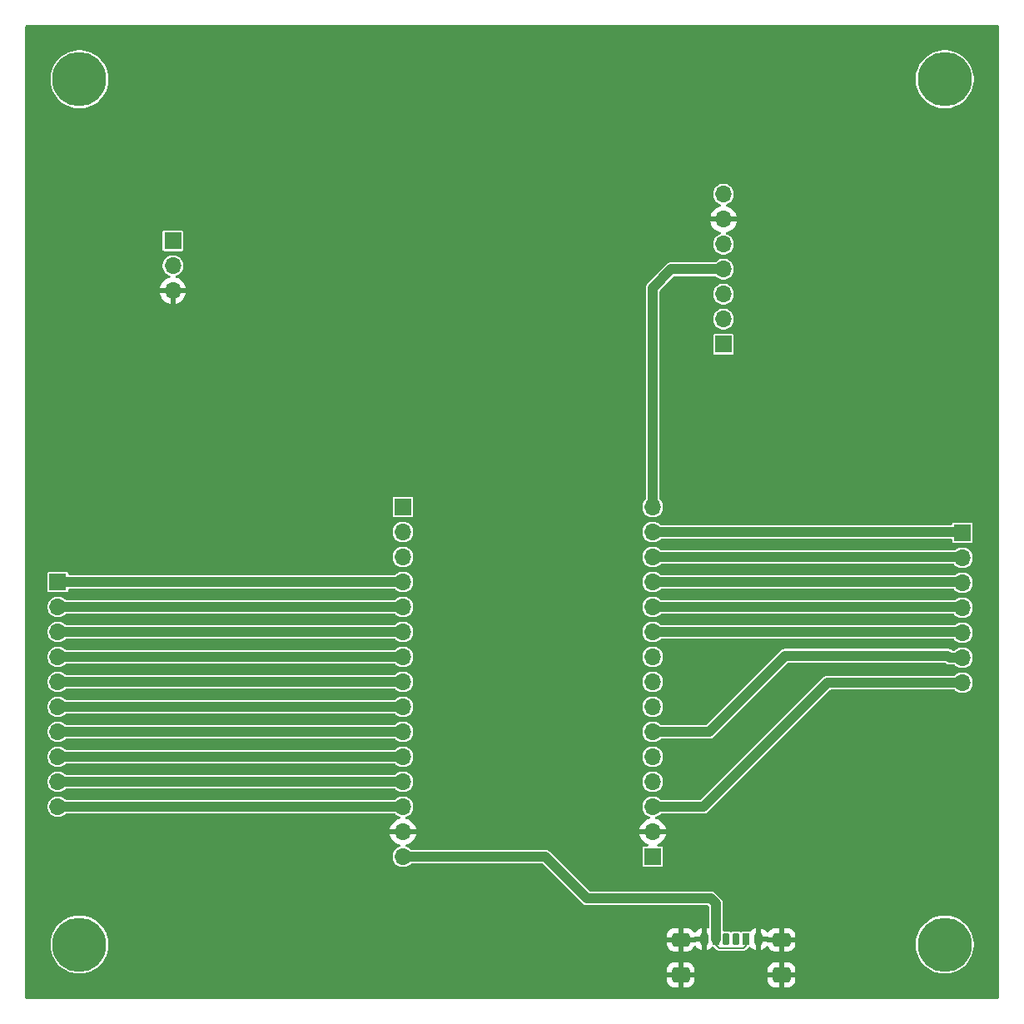
<source format=gbr>
%TF.GenerationSoftware,KiCad,Pcbnew,9.0.0*%
%TF.CreationDate,2025-05-23T23:11:46+02:00*%
%TF.ProjectId,25Zak001 ESP32 Mark0 Rev1,32355a61-6b30-4303-9120-455350333220,rev?*%
%TF.SameCoordinates,Original*%
%TF.FileFunction,Copper,L1,Top*%
%TF.FilePolarity,Positive*%
%FSLAX46Y46*%
G04 Gerber Fmt 4.6, Leading zero omitted, Abs format (unit mm)*
G04 Created by KiCad (PCBNEW 9.0.0) date 2025-05-23 23:11:46*
%MOMM*%
%LPD*%
G01*
G04 APERTURE LIST*
G04 Aperture macros list*
%AMRoundRect*
0 Rectangle with rounded corners*
0 $1 Rounding radius*
0 $2 $3 $4 $5 $6 $7 $8 $9 X,Y pos of 4 corners*
0 Add a 4 corners polygon primitive as box body*
4,1,4,$2,$3,$4,$5,$6,$7,$8,$9,$2,$3,0*
0 Add four circle primitives for the rounded corners*
1,1,$1+$1,$2,$3*
1,1,$1+$1,$4,$5*
1,1,$1+$1,$6,$7*
1,1,$1+$1,$8,$9*
0 Add four rect primitives between the rounded corners*
20,1,$1+$1,$2,$3,$4,$5,0*
20,1,$1+$1,$4,$5,$6,$7,0*
20,1,$1+$1,$6,$7,$8,$9,0*
20,1,$1+$1,$8,$9,$2,$3,0*%
G04 Aperture macros list end*
%TA.AperFunction,ComponentPad*%
%ADD10O,1.700000X1.700000*%
%TD*%
%TA.AperFunction,ComponentPad*%
%ADD11R,1.700000X1.700000*%
%TD*%
%TA.AperFunction,ComponentPad*%
%ADD12C,3.600000*%
%TD*%
%TA.AperFunction,ConnectorPad*%
%ADD13C,5.500000*%
%TD*%
%TA.AperFunction,SMDPad,CuDef*%
%ADD14RoundRect,0.175000X-0.175000X-0.425000X0.175000X-0.425000X0.175000X0.425000X-0.175000X0.425000X0*%
%TD*%
%TA.AperFunction,SMDPad,CuDef*%
%ADD15RoundRect,0.190000X0.190000X0.410000X-0.190000X0.410000X-0.190000X-0.410000X0.190000X-0.410000X0*%
%TD*%
%TA.AperFunction,SMDPad,CuDef*%
%ADD16RoundRect,0.200000X0.200000X0.400000X-0.200000X0.400000X-0.200000X-0.400000X0.200000X-0.400000X0*%
%TD*%
%TA.AperFunction,SMDPad,CuDef*%
%ADD17RoundRect,0.175000X0.175000X0.425000X-0.175000X0.425000X-0.175000X-0.425000X0.175000X-0.425000X0*%
%TD*%
%TA.AperFunction,SMDPad,CuDef*%
%ADD18RoundRect,0.190000X-0.190000X-0.410000X0.190000X-0.410000X0.190000X0.410000X-0.190000X0.410000X0*%
%TD*%
%TA.AperFunction,SMDPad,CuDef*%
%ADD19RoundRect,0.200000X-0.200000X-0.400000X0.200000X-0.400000X0.200000X0.400000X-0.200000X0.400000X0*%
%TD*%
%TA.AperFunction,SMDPad,CuDef*%
%ADD20RoundRect,0.250000X-0.650000X-0.425000X0.650000X-0.425000X0.650000X0.425000X-0.650000X0.425000X0*%
%TD*%
%TA.AperFunction,SMDPad,CuDef*%
%ADD21RoundRect,0.250000X-0.650000X-0.500000X0.650000X-0.500000X0.650000X0.500000X-0.650000X0.500000X0*%
%TD*%
%TA.AperFunction,Conductor*%
%ADD22C,1.000000*%
%TD*%
%TA.AperFunction,Conductor*%
%ADD23C,0.200000*%
%TD*%
G04 APERTURE END LIST*
D10*
%TO.P,J4,7,Pin_7*%
%TO.N,/GPIO15*%
X173300000Y-108360000D03*
%TO.P,J4,6,Pin_6*%
%TO.N,/GPIO16*%
X173300000Y-105820000D03*
%TO.P,J4,5,Pin_5*%
%TO.N,/GPIO19*%
X173300000Y-103280000D03*
%TO.P,J4,4,Pin_4*%
%TO.N,/GPIO21*%
X173300000Y-100740000D03*
%TO.P,J4,3,Pin_3*%
%TO.N,/RX0*%
X173300000Y-98200000D03*
%TO.P,J4,2,Pin_2*%
%TO.N,/TX0*%
X173300000Y-95660000D03*
D11*
%TO.P,J4,1,Pin_1*%
%TO.N,/GPIO22*%
X173300000Y-93120000D03*
%TD*%
%TO.P,J7,1,Pin_1*%
%TO.N,+3.3V*%
X141800000Y-126060000D03*
D10*
%TO.P,J7,2,Pin_2*%
%TO.N,GND*%
X141800000Y-123520000D03*
%TO.P,J7,3,Pin_3*%
%TO.N,/GPIO15*%
X141800000Y-120980000D03*
%TO.P,J7,4,Pin_4*%
%TO.N,/BUSY*%
X141800000Y-118440000D03*
%TO.P,J7,5,Pin_5*%
%TO.N,/DATA*%
X141800000Y-115900000D03*
%TO.P,J7,6,Pin_6*%
%TO.N,/GPIO16*%
X141800000Y-113360000D03*
%TO.P,J7,7,Pin_7*%
%TO.N,/DC*%
X141800000Y-110820000D03*
%TO.P,J7,8,Pin_8*%
%TO.N,/CS*%
X141800000Y-108280000D03*
%TO.P,J7,9,Pin_9*%
%TO.N,/CLK*%
X141800000Y-105740000D03*
%TO.P,J7,10,Pin_10*%
%TO.N,/GPIO19*%
X141800000Y-103200000D03*
%TO.P,J7,11,Pin_11*%
%TO.N,/GPIO21*%
X141800000Y-100660000D03*
%TO.P,J7,12,Pin_12*%
%TO.N,/RX0*%
X141800000Y-98120000D03*
%TO.P,J7,13,Pin_13*%
%TO.N,/TX0*%
X141800000Y-95580000D03*
%TO.P,J7,14,Pin_14*%
%TO.N,/GPIO22*%
X141800000Y-93040000D03*
%TO.P,J7,15,Pin_15*%
%TO.N,/SDI*%
X141800000Y-90500000D03*
%TD*%
D11*
%TO.P,J6,1,Pin_1*%
%TO.N,unconnected-(J6-Pin_1-Pad1)*%
X116400000Y-90500000D03*
D10*
%TO.P,J6,2,Pin_2*%
%TO.N,unconnected-(J6-Pin_2-Pad2)*%
X116400000Y-93040000D03*
%TO.P,J6,3,Pin_3*%
%TO.N,unconnected-(J6-Pin_3-Pad3)*%
X116400000Y-95580000D03*
%TO.P,J6,4,Pin_4*%
%TO.N,/GPIO34*%
X116400000Y-98120000D03*
%TO.P,J6,5,Pin_5*%
%TO.N,/GPIO35*%
X116400000Y-100660000D03*
%TO.P,J6,6,Pin_6*%
%TO.N,/GPIO32*%
X116400000Y-103200000D03*
%TO.P,J6,7,Pin_7*%
%TO.N,/GPIO33*%
X116400000Y-105740000D03*
%TO.P,J6,8,Pin_8*%
%TO.N,/GPIO25*%
X116400000Y-108280000D03*
%TO.P,J6,9,Pin_9*%
%TO.N,/GPIO26*%
X116400000Y-110820000D03*
%TO.P,J6,10,Pin_10*%
%TO.N,/GPIO27*%
X116400000Y-113360000D03*
%TO.P,J6,11,Pin_11*%
%TO.N,/GPIO14*%
X116400000Y-115900000D03*
%TO.P,J6,12,Pin_12*%
%TO.N,/GPIO12*%
X116400000Y-118440000D03*
%TO.P,J6,13,Pin_13*%
%TO.N,/GPIO13*%
X116400000Y-120980000D03*
%TO.P,J6,14,Pin_14*%
%TO.N,GND*%
X116400000Y-123520000D03*
%TO.P,J6,15,Pin_15*%
%TO.N,+5V*%
X116400000Y-126060000D03*
%TD*%
D12*
%TO.P,H4,1*%
%TO.N,N/C*%
X171500000Y-135000000D03*
D13*
X171500000Y-135000000D03*
%TD*%
D12*
%TO.P,H1,1*%
%TO.N,N/C*%
X83500000Y-47000000D03*
D13*
X83500000Y-47000000D03*
%TD*%
D12*
%TO.P,H3,1*%
%TO.N,N/C*%
X83500000Y-135000000D03*
D13*
X83500000Y-135000000D03*
%TD*%
D11*
%TO.P,J3,1,Pin_1*%
%TO.N,/GPIO34*%
X81300000Y-98120000D03*
D10*
%TO.P,J3,2,Pin_2*%
%TO.N,/GPIO35*%
X81300000Y-100660000D03*
%TO.P,J3,3,Pin_3*%
%TO.N,/GPIO32*%
X81300000Y-103200000D03*
%TO.P,J3,4,Pin_4*%
%TO.N,/GPIO33*%
X81300000Y-105740000D03*
%TO.P,J3,5,Pin_5*%
%TO.N,/GPIO25*%
X81300000Y-108280000D03*
%TO.P,J3,6,Pin_6*%
%TO.N,/GPIO26*%
X81300000Y-110820000D03*
%TO.P,J3,7,Pin_7*%
%TO.N,/GPIO27*%
X81300000Y-113360000D03*
%TO.P,J3,8,Pin_8*%
%TO.N,/GPIO14*%
X81300000Y-115900000D03*
%TO.P,J3,9,Pin_9*%
%TO.N,/GPIO12*%
X81300000Y-118440000D03*
%TO.P,J3,10,Pin_10*%
%TO.N,/GPIO13*%
X81300000Y-120980000D03*
%TD*%
D12*
%TO.P,H2,1*%
%TO.N,N/C*%
X171500000Y-47000000D03*
D13*
X171500000Y-47000000D03*
%TD*%
D11*
%TO.P,U1,1,DATA*%
%TO.N,/DATA*%
X93000000Y-63420000D03*
D10*
%TO.P,U1,2,VDD*%
%TO.N,+3.3V*%
X93000000Y-65960000D03*
%TO.P,U1,3,GND*%
%TO.N,GND*%
X93000000Y-68500000D03*
%TD*%
D14*
%TO.P,J1,A5,CC1*%
%TO.N,unconnected-(J1-CC1-PadA5)*%
X149275000Y-134445000D03*
D15*
%TO.P,J1,A9,VBUS*%
%TO.N,+5V*%
X151295000Y-134445000D03*
D16*
%TO.P,J1,A12,GND*%
%TO.N,GND*%
X152525000Y-134445000D03*
D17*
%TO.P,J1,B5,CC2*%
%TO.N,unconnected-(J1-CC2-PadB5)*%
X150275000Y-134445000D03*
D18*
%TO.P,J1,B9,VBUS*%
%TO.N,+5V*%
X148255000Y-134445000D03*
D19*
%TO.P,J1,B12,GND*%
%TO.N,GND*%
X147025000Y-134445000D03*
D20*
%TO.P,J1,S1,SHIELD*%
X144650000Y-134500000D03*
D21*
X144650000Y-138080000D03*
D20*
X154900000Y-134500000D03*
D21*
X154900000Y-138080000D03*
%TD*%
D11*
%TO.P,J2,1,Pin_1*%
%TO.N,/BUSY*%
X149000000Y-73940000D03*
D10*
%TO.P,J2,2,Pin_2*%
%TO.N,/CLK*%
X149000000Y-71400000D03*
%TO.P,J2,3,Pin_3*%
%TO.N,/CS*%
X149000000Y-68860000D03*
%TO.P,J2,4,Pin_4*%
%TO.N,/SDI*%
X149000000Y-66320000D03*
%TO.P,J2,5,Pin_5*%
%TO.N,/DC*%
X149000000Y-63780000D03*
%TO.P,J2,6,Pin_6*%
%TO.N,GND*%
X149000000Y-61240000D03*
%TO.P,J2,7,Pin_7*%
%TO.N,+3.3V*%
X149000000Y-58700000D03*
%TD*%
D22*
%TO.N,/SDI*%
X141800000Y-68200000D02*
X141800000Y-90500000D01*
X143680000Y-66320000D02*
X141800000Y-68200000D01*
X149000000Y-66320000D02*
X143680000Y-66320000D01*
%TO.N,+5V*%
X135100000Y-130300000D02*
X147700000Y-130300000D01*
X148224000Y-130824000D02*
X148224000Y-134445000D01*
X130860000Y-126060000D02*
X135100000Y-130300000D01*
X147700000Y-130300000D02*
X148224000Y-130824000D01*
X116400000Y-126060000D02*
X130860000Y-126060000D01*
%TO.N,/GPIO35*%
X81300000Y-100660000D02*
X116400000Y-100660000D01*
%TO.N,/GPIO12*%
X81300000Y-118440000D02*
X116400000Y-118440000D01*
%TO.N,/GPIO34*%
X81300000Y-98120000D02*
X116400000Y-98120000D01*
%TO.N,/GPIO33*%
X81300000Y-105740000D02*
X116400000Y-105740000D01*
%TO.N,/GPIO26*%
X81300000Y-110820000D02*
X116400000Y-110820000D01*
%TO.N,/GPIO25*%
X81300000Y-108280000D02*
X116400000Y-108280000D01*
%TO.N,/GPIO27*%
X81300000Y-113360000D02*
X116400000Y-113360000D01*
%TO.N,/GPIO14*%
X81300000Y-115900000D02*
X116400000Y-115900000D01*
%TO.N,/GPIO32*%
X81300000Y-103200000D02*
X116400000Y-103200000D01*
%TO.N,/GPIO13*%
X81300000Y-120980000D02*
X116400000Y-120980000D01*
%TO.N,/GPIO19*%
X141800000Y-103200000D02*
X173220000Y-103200000D01*
%TO.N,/GPIO22*%
X173220000Y-93040000D02*
X173300000Y-93120000D01*
%TO.N,/GPIO19*%
X173220000Y-103200000D02*
X173300000Y-103280000D01*
%TO.N,/GPIO21*%
X141800000Y-100660000D02*
X173220000Y-100660000D01*
%TO.N,/GPIO15*%
X159560000Y-108360000D02*
X146940000Y-120980000D01*
X173300000Y-108360000D02*
X159560000Y-108360000D01*
X173300000Y-108360000D02*
X173300000Y-108620000D01*
X146940000Y-120980000D02*
X141800000Y-120980000D01*
%TO.N,/GPIO21*%
X173220000Y-100660000D02*
X173300000Y-100740000D01*
%TO.N,/GPIO16*%
X155300000Y-105620000D02*
X171800000Y-105620000D01*
%TO.N,/RX0*%
X141800000Y-98120000D02*
X173220000Y-98120000D01*
%TO.N,/GPIO16*%
X147560000Y-113360000D02*
X155300000Y-105620000D01*
X141800000Y-113360000D02*
X147560000Y-113360000D01*
%TO.N,/RX0*%
X173220000Y-98120000D02*
X173300000Y-98200000D01*
%TO.N,/TX0*%
X141800000Y-95580000D02*
X173220000Y-95580000D01*
X173220000Y-95580000D02*
X173300000Y-95660000D01*
%TO.N,/GPIO16*%
X171800000Y-105620000D02*
X172000000Y-105820000D01*
%TO.N,/GPIO22*%
X141800000Y-93040000D02*
X173220000Y-93040000D01*
%TO.N,/GPIO16*%
X172000000Y-105820000D02*
X173300000Y-105820000D01*
D23*
%TO.N,+5V*%
X151295000Y-135105000D02*
X151295000Y-134445000D01*
X151054000Y-135346000D02*
X151295000Y-135105000D01*
X148556000Y-135346000D02*
X151054000Y-135346000D01*
X148255000Y-134445000D02*
X148255000Y-135045000D01*
X148255000Y-135045000D02*
X148556000Y-135346000D01*
%TO.N,/DATA*%
X93000000Y-63420000D02*
X93000000Y-63500000D01*
%TD*%
%TA.AperFunction,Conductor*%
%TO.N,GND*%
G36*
X176942539Y-41520185D02*
G01*
X176988294Y-41572989D01*
X176999500Y-41624500D01*
X176999500Y-140375500D01*
X176979815Y-140442539D01*
X176927011Y-140488294D01*
X176875500Y-140499500D01*
X78124500Y-140499500D01*
X78057461Y-140479815D01*
X78011706Y-140427011D01*
X78000500Y-140375500D01*
X78000500Y-138629986D01*
X143250001Y-138629986D01*
X143260494Y-138732697D01*
X143315641Y-138899119D01*
X143315643Y-138899124D01*
X143407684Y-139048345D01*
X143531654Y-139172315D01*
X143680875Y-139264356D01*
X143680880Y-139264358D01*
X143847302Y-139319505D01*
X143847309Y-139319506D01*
X143950019Y-139329999D01*
X144399999Y-139329999D01*
X144900000Y-139329999D01*
X145349972Y-139329999D01*
X145349986Y-139329998D01*
X145452697Y-139319505D01*
X145619119Y-139264358D01*
X145619124Y-139264356D01*
X145768345Y-139172315D01*
X145892315Y-139048345D01*
X145984356Y-138899124D01*
X145984358Y-138899119D01*
X146039505Y-138732697D01*
X146039506Y-138732690D01*
X146049999Y-138629986D01*
X153500001Y-138629986D01*
X153510494Y-138732697D01*
X153565641Y-138899119D01*
X153565643Y-138899124D01*
X153657684Y-139048345D01*
X153781654Y-139172315D01*
X153930875Y-139264356D01*
X153930880Y-139264358D01*
X154097302Y-139319505D01*
X154097309Y-139319506D01*
X154200019Y-139329999D01*
X154649999Y-139329999D01*
X155150000Y-139329999D01*
X155599972Y-139329999D01*
X155599986Y-139329998D01*
X155702697Y-139319505D01*
X155869119Y-139264358D01*
X155869124Y-139264356D01*
X156018345Y-139172315D01*
X156142315Y-139048345D01*
X156234356Y-138899124D01*
X156234358Y-138899119D01*
X156289505Y-138732697D01*
X156289506Y-138732690D01*
X156299999Y-138629986D01*
X156300000Y-138629973D01*
X156300000Y-138330000D01*
X155150000Y-138330000D01*
X155150000Y-139329999D01*
X154649999Y-139329999D01*
X154650000Y-139329998D01*
X154650000Y-138330000D01*
X153500001Y-138330000D01*
X153500001Y-138629986D01*
X146049999Y-138629986D01*
X146050000Y-138629973D01*
X146050000Y-138330000D01*
X144900000Y-138330000D01*
X144900000Y-139329999D01*
X144399999Y-139329999D01*
X144400000Y-139329998D01*
X144400000Y-138330000D01*
X143250001Y-138330000D01*
X143250001Y-138629986D01*
X78000500Y-138629986D01*
X78000500Y-134834296D01*
X80549500Y-134834296D01*
X80549500Y-135165703D01*
X80586601Y-135494991D01*
X80586604Y-135495005D01*
X80660346Y-135818093D01*
X80660349Y-135818101D01*
X80769799Y-136130890D01*
X80913582Y-136429458D01*
X80913584Y-136429461D01*
X81089896Y-136710060D01*
X81296516Y-136969153D01*
X81530847Y-137203484D01*
X81789940Y-137410104D01*
X82070539Y-137586416D01*
X82369113Y-137730202D01*
X82604037Y-137812405D01*
X82681898Y-137839650D01*
X82681906Y-137839653D01*
X82681909Y-137839653D01*
X82681910Y-137839654D01*
X83004994Y-137913396D01*
X83005003Y-137913397D01*
X83005008Y-137913398D01*
X83224533Y-137938132D01*
X83334297Y-137950499D01*
X83334300Y-137950500D01*
X83334303Y-137950500D01*
X83665700Y-137950500D01*
X83665701Y-137950499D01*
X83833996Y-137931537D01*
X83994991Y-137913398D01*
X83994994Y-137913397D01*
X83995006Y-137913396D01*
X84318090Y-137839654D01*
X84630887Y-137730202D01*
X84929461Y-137586416D01*
X85019225Y-137530013D01*
X143250000Y-137530013D01*
X143250000Y-137830000D01*
X144400000Y-137830000D01*
X144900000Y-137830000D01*
X146049999Y-137830000D01*
X146049999Y-137530029D01*
X146049998Y-137530013D01*
X153500000Y-137530013D01*
X153500000Y-137830000D01*
X154650000Y-137830000D01*
X155150000Y-137830000D01*
X156299999Y-137830000D01*
X156299999Y-137530028D01*
X156299998Y-137530013D01*
X156289505Y-137427302D01*
X156234358Y-137260880D01*
X156234356Y-137260875D01*
X156142315Y-137111654D01*
X156018345Y-136987684D01*
X155869124Y-136895643D01*
X155869119Y-136895641D01*
X155702697Y-136840494D01*
X155702690Y-136840493D01*
X155599986Y-136830000D01*
X155150000Y-136830000D01*
X155150000Y-137830000D01*
X154650000Y-137830000D01*
X154650000Y-136830000D01*
X154200028Y-136830000D01*
X154200012Y-136830001D01*
X154097302Y-136840494D01*
X153930880Y-136895641D01*
X153930875Y-136895643D01*
X153781654Y-136987684D01*
X153657684Y-137111654D01*
X153565643Y-137260875D01*
X153565641Y-137260880D01*
X153510494Y-137427302D01*
X153510493Y-137427309D01*
X153500000Y-137530013D01*
X146049998Y-137530013D01*
X146049998Y-137530012D01*
X146039505Y-137427302D01*
X145984358Y-137260880D01*
X145984356Y-137260875D01*
X145892315Y-137111654D01*
X145768345Y-136987684D01*
X145619124Y-136895643D01*
X145619119Y-136895641D01*
X145452697Y-136840494D01*
X145452690Y-136840493D01*
X145349986Y-136830000D01*
X144900000Y-136830000D01*
X144900000Y-137830000D01*
X144400000Y-137830000D01*
X144400000Y-136830000D01*
X143950028Y-136830000D01*
X143950012Y-136830001D01*
X143847302Y-136840494D01*
X143680880Y-136895641D01*
X143680875Y-136895643D01*
X143531654Y-136987684D01*
X143407684Y-137111654D01*
X143315643Y-137260875D01*
X143315641Y-137260880D01*
X143260494Y-137427302D01*
X143260493Y-137427309D01*
X143250000Y-137530013D01*
X85019225Y-137530013D01*
X85124186Y-137464061D01*
X85191335Y-137421870D01*
X85191336Y-137421869D01*
X85210060Y-137410104D01*
X85469153Y-137203484D01*
X85703484Y-136969153D01*
X85910104Y-136710060D01*
X86086416Y-136429461D01*
X86230202Y-136130887D01*
X86339654Y-135818090D01*
X86413396Y-135495006D01*
X86414184Y-135488019D01*
X86447498Y-135192337D01*
X86450500Y-135165697D01*
X86450500Y-134974986D01*
X143250001Y-134974986D01*
X143260494Y-135077697D01*
X143315641Y-135244119D01*
X143315643Y-135244124D01*
X143407684Y-135393345D01*
X143531654Y-135517315D01*
X143680875Y-135609356D01*
X143680880Y-135609358D01*
X143847302Y-135664505D01*
X143847309Y-135664506D01*
X143950019Y-135674999D01*
X144399999Y-135674999D01*
X144400000Y-135674998D01*
X144400000Y-134750000D01*
X144900000Y-134750000D01*
X144900000Y-135674999D01*
X145349972Y-135674999D01*
X145349986Y-135674998D01*
X145452697Y-135664505D01*
X145619119Y-135609358D01*
X145619124Y-135609356D01*
X145768345Y-135517315D01*
X145892315Y-135393345D01*
X145984356Y-135244124D01*
X145984357Y-135244120D01*
X145993183Y-135217486D01*
X146032954Y-135160040D01*
X146097470Y-135133215D01*
X146166246Y-135145529D01*
X146217007Y-135192337D01*
X146269927Y-135279877D01*
X146390122Y-135400072D01*
X146535604Y-135488019D01*
X146535603Y-135488019D01*
X146697894Y-135538590D01*
X146697893Y-135538590D01*
X146768408Y-135544998D01*
X146768426Y-135544999D01*
X146774999Y-135544998D01*
X146775000Y-135544998D01*
X146775000Y-134695000D01*
X146180000Y-134695000D01*
X146161319Y-134713681D01*
X146099996Y-134747166D01*
X146073638Y-134750000D01*
X144900000Y-134750000D01*
X144400000Y-134750000D01*
X143250001Y-134750000D01*
X143250001Y-134974986D01*
X86450500Y-134974986D01*
X86450500Y-134834303D01*
X86440682Y-134747166D01*
X86436779Y-134712522D01*
X86436779Y-134712521D01*
X86413398Y-134505008D01*
X86413397Y-134505003D01*
X86413396Y-134504994D01*
X86339654Y-134181910D01*
X86339650Y-134181898D01*
X86297983Y-134062819D01*
X86284754Y-134025013D01*
X143250000Y-134025013D01*
X143250000Y-134250000D01*
X144400000Y-134250000D01*
X144900000Y-134250000D01*
X145995000Y-134250000D01*
X146013681Y-134231319D01*
X146075004Y-134197834D01*
X146101362Y-134195000D01*
X146775000Y-134195000D01*
X146775000Y-133345000D01*
X146774999Y-133344999D01*
X146768436Y-133345000D01*
X146768417Y-133345001D01*
X146697897Y-133351408D01*
X146697892Y-133351409D01*
X146535603Y-133401981D01*
X146390122Y-133489927D01*
X146269928Y-133610121D01*
X146269925Y-133610125D01*
X146189130Y-133743775D01*
X146137602Y-133790962D01*
X146068743Y-133802800D01*
X146004414Y-133775531D01*
X145977475Y-133744720D01*
X145892317Y-133606656D01*
X145768345Y-133482684D01*
X145619124Y-133390643D01*
X145619119Y-133390641D01*
X145452697Y-133335494D01*
X145452690Y-133335493D01*
X145349986Y-133325000D01*
X144900000Y-133325000D01*
X144900000Y-134250000D01*
X144400000Y-134250000D01*
X144400000Y-133325000D01*
X143950028Y-133325000D01*
X143950012Y-133325001D01*
X143847302Y-133335494D01*
X143680880Y-133390641D01*
X143680875Y-133390643D01*
X143531654Y-133482684D01*
X143407684Y-133606654D01*
X143315643Y-133755875D01*
X143315641Y-133755880D01*
X143260494Y-133922302D01*
X143260493Y-133922309D01*
X143250000Y-134025013D01*
X86284754Y-134025013D01*
X86248816Y-133922309D01*
X86230202Y-133869113D01*
X86086416Y-133570539D01*
X85910104Y-133289940D01*
X85703484Y-133030847D01*
X85469153Y-132796516D01*
X85210060Y-132589896D01*
X84929461Y-132413584D01*
X84929458Y-132413582D01*
X84630890Y-132269799D01*
X84318101Y-132160349D01*
X84318093Y-132160346D01*
X84075777Y-132105039D01*
X83995006Y-132086604D01*
X83995003Y-132086603D01*
X83994991Y-132086601D01*
X83665703Y-132049500D01*
X83665697Y-132049500D01*
X83334303Y-132049500D01*
X83334296Y-132049500D01*
X83005008Y-132086601D01*
X83004994Y-132086604D01*
X82681906Y-132160346D01*
X82681898Y-132160349D01*
X82369109Y-132269799D01*
X82070541Y-132413582D01*
X81789941Y-132589895D01*
X81530847Y-132796515D01*
X81296515Y-133030847D01*
X81089895Y-133289941D01*
X80913582Y-133570541D01*
X80769799Y-133869109D01*
X80660349Y-134181898D01*
X80660346Y-134181906D01*
X80586604Y-134504994D01*
X80586601Y-134505008D01*
X80549500Y-134834296D01*
X78000500Y-134834296D01*
X78000500Y-120876530D01*
X80249500Y-120876530D01*
X80249500Y-121083469D01*
X80289868Y-121286412D01*
X80289870Y-121286420D01*
X80369059Y-121477598D01*
X80400140Y-121524114D01*
X80484024Y-121649657D01*
X80630342Y-121795975D01*
X80630345Y-121795977D01*
X80802402Y-121910941D01*
X80993580Y-121990130D01*
X81158855Y-122023005D01*
X81196530Y-122030499D01*
X81196534Y-122030500D01*
X81196535Y-122030500D01*
X81403466Y-122030500D01*
X81403467Y-122030499D01*
X81606420Y-121990130D01*
X81797598Y-121910941D01*
X81969655Y-121795977D01*
X82048814Y-121716817D01*
X82110135Y-121683334D01*
X82136494Y-121680500D01*
X115563506Y-121680500D01*
X115630545Y-121700185D01*
X115651182Y-121716814D01*
X115730345Y-121795977D01*
X115902402Y-121910941D01*
X115902405Y-121910943D01*
X116005043Y-121953456D01*
X116067108Y-121979164D01*
X116121511Y-122023005D01*
X116143576Y-122089299D01*
X116126297Y-122156998D01*
X116075160Y-122204609D01*
X116057974Y-122211656D01*
X115881781Y-122268905D01*
X115692442Y-122365379D01*
X115520540Y-122490272D01*
X115520535Y-122490276D01*
X115370276Y-122640535D01*
X115370272Y-122640540D01*
X115245379Y-122812442D01*
X115148904Y-123001782D01*
X115083242Y-123203870D01*
X115083242Y-123203873D01*
X115072769Y-123270000D01*
X115966988Y-123270000D01*
X115934075Y-123327007D01*
X115900000Y-123454174D01*
X115900000Y-123585826D01*
X115934075Y-123712993D01*
X115966988Y-123770000D01*
X115072769Y-123770000D01*
X115083242Y-123836126D01*
X115083242Y-123836129D01*
X115148904Y-124038217D01*
X115245379Y-124227557D01*
X115370272Y-124399459D01*
X115370276Y-124399464D01*
X115520535Y-124549723D01*
X115520540Y-124549727D01*
X115692442Y-124674620D01*
X115881782Y-124771095D01*
X116057973Y-124828343D01*
X116115648Y-124867780D01*
X116142847Y-124932139D01*
X116130932Y-125000985D01*
X116083688Y-125052461D01*
X116067108Y-125060835D01*
X115902403Y-125129057D01*
X115730342Y-125244024D01*
X115584024Y-125390342D01*
X115469058Y-125562403D01*
X115389870Y-125753579D01*
X115389868Y-125753587D01*
X115349500Y-125956530D01*
X115349500Y-126163469D01*
X115389868Y-126366412D01*
X115389870Y-126366420D01*
X115469058Y-126557596D01*
X115584024Y-126729657D01*
X115730342Y-126875975D01*
X115730345Y-126875977D01*
X115902402Y-126990941D01*
X116093580Y-127070130D01*
X116238052Y-127098867D01*
X116296530Y-127110499D01*
X116296534Y-127110500D01*
X116296535Y-127110500D01*
X116503466Y-127110500D01*
X116503467Y-127110499D01*
X116706420Y-127070130D01*
X116897598Y-126990941D01*
X117069655Y-126875977D01*
X117148814Y-126796817D01*
X117210135Y-126763334D01*
X117236494Y-126760500D01*
X130518481Y-126760500D01*
X130585520Y-126780185D01*
X130606162Y-126796819D01*
X134653453Y-130844111D01*
X134653454Y-130844112D01*
X134768192Y-130920777D01*
X134895667Y-130973578D01*
X134895672Y-130973580D01*
X134895676Y-130973580D01*
X134895677Y-130973581D01*
X135031004Y-131000500D01*
X135031007Y-131000500D01*
X135168994Y-131000500D01*
X147358481Y-131000500D01*
X147387921Y-131009144D01*
X147417908Y-131015668D01*
X147422923Y-131019422D01*
X147425520Y-131020185D01*
X147446162Y-131036819D01*
X147487181Y-131077838D01*
X147520666Y-131139161D01*
X147523500Y-131165519D01*
X147523500Y-133236297D01*
X147503815Y-133303336D01*
X147451011Y-133349091D01*
X147381853Y-133359035D01*
X147362612Y-133354683D01*
X147352105Y-133351409D01*
X147281572Y-133345000D01*
X147275000Y-133345000D01*
X147275000Y-135544999D01*
X147281581Y-135544999D01*
X147352102Y-135538591D01*
X147352107Y-135538590D01*
X147514396Y-135488018D01*
X147659875Y-135400073D01*
X147780076Y-135279871D01*
X147781316Y-135277821D01*
X147782618Y-135276628D01*
X147784705Y-135273965D01*
X147785147Y-135274311D01*
X147832841Y-135230630D01*
X147901699Y-135218787D01*
X147915048Y-135221077D01*
X147930034Y-135224499D01*
X147942825Y-135231017D01*
X147994176Y-135239150D01*
X147998244Y-135240079D01*
X148025222Y-135255174D01*
X148053164Y-135268420D01*
X148058314Y-135273285D01*
X148315540Y-135530511D01*
X148371489Y-135586460D01*
X148371491Y-135586461D01*
X148371495Y-135586464D01*
X148440004Y-135626017D01*
X148440011Y-135626021D01*
X148516438Y-135646500D01*
X148516440Y-135646500D01*
X151093560Y-135646500D01*
X151093562Y-135646500D01*
X151169989Y-135626021D01*
X151238511Y-135586460D01*
X151294460Y-135530511D01*
X151535460Y-135289511D01*
X151536672Y-135287412D01*
X151538160Y-135285993D01*
X151540407Y-135283065D01*
X151540863Y-135283415D01*
X151553648Y-135271225D01*
X151567213Y-135252096D01*
X151582020Y-135244173D01*
X151587239Y-135239198D01*
X151597743Y-135234388D01*
X151605427Y-135231293D01*
X151607175Y-135231017D01*
X151611168Y-135228982D01*
X151616248Y-135226937D01*
X151645776Y-135224057D01*
X151674927Y-135218581D01*
X151680162Y-135220705D01*
X151685788Y-135220157D01*
X151712183Y-135233698D01*
X151739670Y-135244852D01*
X151744400Y-135250227D01*
X151747954Y-135252050D01*
X151751720Y-135258544D01*
X151765301Y-135273975D01*
X151765303Y-135273974D01*
X151765322Y-135273998D01*
X151768682Y-135277816D01*
X151769929Y-135279879D01*
X151890122Y-135400072D01*
X152035604Y-135488019D01*
X152035603Y-135488019D01*
X152197894Y-135538590D01*
X152197893Y-135538590D01*
X152268408Y-135544998D01*
X152268426Y-135544999D01*
X152775000Y-135544999D01*
X152781581Y-135544999D01*
X152852102Y-135538591D01*
X152852107Y-135538590D01*
X153014396Y-135488018D01*
X153159877Y-135400072D01*
X153280072Y-135279877D01*
X153332992Y-135192337D01*
X153384520Y-135145150D01*
X153453379Y-135133311D01*
X153517708Y-135160579D01*
X153556815Y-135217483D01*
X153565641Y-135244119D01*
X153565643Y-135244124D01*
X153657684Y-135393345D01*
X153781654Y-135517315D01*
X153930875Y-135609356D01*
X153930880Y-135609358D01*
X154097302Y-135664505D01*
X154097309Y-135664506D01*
X154200019Y-135674999D01*
X154649999Y-135674999D01*
X155150000Y-135674999D01*
X155599972Y-135674999D01*
X155599986Y-135674998D01*
X155702697Y-135664505D01*
X155869119Y-135609358D01*
X155869124Y-135609356D01*
X156018345Y-135517315D01*
X156142315Y-135393345D01*
X156234356Y-135244124D01*
X156234358Y-135244119D01*
X156289505Y-135077697D01*
X156289506Y-135077690D01*
X156299999Y-134974986D01*
X156300000Y-134974973D01*
X156300000Y-134834296D01*
X168549500Y-134834296D01*
X168549500Y-135165703D01*
X168586601Y-135494991D01*
X168586604Y-135495005D01*
X168660346Y-135818093D01*
X168660349Y-135818101D01*
X168769799Y-136130890D01*
X168913582Y-136429458D01*
X168913584Y-136429461D01*
X169089896Y-136710060D01*
X169296516Y-136969153D01*
X169530847Y-137203484D01*
X169789940Y-137410104D01*
X170070539Y-137586416D01*
X170369113Y-137730202D01*
X170604037Y-137812405D01*
X170681898Y-137839650D01*
X170681906Y-137839653D01*
X170681909Y-137839653D01*
X170681910Y-137839654D01*
X171004994Y-137913396D01*
X171005003Y-137913397D01*
X171005008Y-137913398D01*
X171224533Y-137938132D01*
X171334297Y-137950499D01*
X171334300Y-137950500D01*
X171334303Y-137950500D01*
X171665700Y-137950500D01*
X171665701Y-137950499D01*
X171833996Y-137931537D01*
X171994991Y-137913398D01*
X171994994Y-137913397D01*
X171995006Y-137913396D01*
X172318090Y-137839654D01*
X172630887Y-137730202D01*
X172929461Y-137586416D01*
X173210060Y-137410104D01*
X173469153Y-137203484D01*
X173703484Y-136969153D01*
X173910104Y-136710060D01*
X174086416Y-136429461D01*
X174230202Y-136130887D01*
X174339654Y-135818090D01*
X174413396Y-135495006D01*
X174414184Y-135488019D01*
X174447498Y-135192337D01*
X174450500Y-135165697D01*
X174450500Y-134834303D01*
X174450499Y-134834298D01*
X174450499Y-134834296D01*
X174413398Y-134505008D01*
X174413397Y-134505003D01*
X174413396Y-134504994D01*
X174339654Y-134181910D01*
X174230202Y-133869113D01*
X174086416Y-133570539D01*
X173910104Y-133289940D01*
X173703484Y-133030847D01*
X173469153Y-132796516D01*
X173210060Y-132589896D01*
X172929461Y-132413584D01*
X172929458Y-132413582D01*
X172630890Y-132269799D01*
X172318101Y-132160349D01*
X172318093Y-132160346D01*
X172075777Y-132105039D01*
X171995006Y-132086604D01*
X171995003Y-132086603D01*
X171994991Y-132086601D01*
X171665703Y-132049500D01*
X171665697Y-132049500D01*
X171334303Y-132049500D01*
X171334296Y-132049500D01*
X171005008Y-132086601D01*
X171004994Y-132086604D01*
X170681906Y-132160346D01*
X170681898Y-132160349D01*
X170369109Y-132269799D01*
X170070541Y-132413582D01*
X169789941Y-132589895D01*
X169530847Y-132796515D01*
X169296515Y-133030847D01*
X169089895Y-133289941D01*
X168913582Y-133570541D01*
X168769799Y-133869109D01*
X168660349Y-134181898D01*
X168660346Y-134181906D01*
X168586604Y-134504994D01*
X168586601Y-134505008D01*
X168549500Y-134834296D01*
X156300000Y-134834296D01*
X156300000Y-134750000D01*
X155150000Y-134750000D01*
X155150000Y-135674999D01*
X154649999Y-135674999D01*
X154650000Y-135674998D01*
X154650000Y-134750000D01*
X153476362Y-134750000D01*
X153409323Y-134730315D01*
X153388681Y-134713681D01*
X153370000Y-134695000D01*
X152775000Y-134695000D01*
X152775000Y-135544999D01*
X152268426Y-135544999D01*
X152274999Y-135544998D01*
X152275000Y-135544998D01*
X152275000Y-133345000D01*
X152775000Y-133345000D01*
X152775000Y-134195000D01*
X153448638Y-134195000D01*
X153515677Y-134214685D01*
X153536319Y-134231319D01*
X153555000Y-134250000D01*
X154650000Y-134250000D01*
X155150000Y-134250000D01*
X156299999Y-134250000D01*
X156299999Y-134025028D01*
X156299998Y-134025013D01*
X156289505Y-133922302D01*
X156234358Y-133755880D01*
X156234356Y-133755875D01*
X156142315Y-133606654D01*
X156018345Y-133482684D01*
X155869124Y-133390643D01*
X155869119Y-133390641D01*
X155702697Y-133335494D01*
X155702690Y-133335493D01*
X155599986Y-133325000D01*
X155150000Y-133325000D01*
X155150000Y-134250000D01*
X154650000Y-134250000D01*
X154650000Y-133325000D01*
X154200028Y-133325000D01*
X154200012Y-133325001D01*
X154097302Y-133335494D01*
X153930880Y-133390641D01*
X153930875Y-133390643D01*
X153781654Y-133482684D01*
X153657684Y-133606654D01*
X153572524Y-133744721D01*
X153520576Y-133791445D01*
X153451613Y-133802667D01*
X153387531Y-133774824D01*
X153360868Y-133743774D01*
X153280072Y-133610122D01*
X153159877Y-133489927D01*
X153014395Y-133401980D01*
X153014396Y-133401980D01*
X152852105Y-133351409D01*
X152852106Y-133351409D01*
X152781572Y-133345000D01*
X152775000Y-133345000D01*
X152275000Y-133345000D01*
X152274999Y-133344999D01*
X152268436Y-133345000D01*
X152268417Y-133345001D01*
X152197897Y-133351408D01*
X152197892Y-133351409D01*
X152035603Y-133401981D01*
X151890122Y-133489927D01*
X151769928Y-133610121D01*
X151769923Y-133610128D01*
X151768678Y-133612188D01*
X151767374Y-133613381D01*
X151765303Y-133616026D01*
X151764863Y-133615681D01*
X151717150Y-133659375D01*
X151648290Y-133671212D01*
X151616572Y-133661633D01*
X151616454Y-133661998D01*
X151607171Y-133658981D01*
X151515735Y-133644500D01*
X151074260Y-133644500D01*
X151074260Y-133644501D01*
X150982829Y-133658981D01*
X150982828Y-133658981D01*
X150872607Y-133715142D01*
X150872605Y-133715143D01*
X150862072Y-133725677D01*
X150800748Y-133759160D01*
X150731056Y-133754174D01*
X150686712Y-133725674D01*
X150671210Y-133710172D01*
X150558628Y-133655135D01*
X150558626Y-133655134D01*
X150558625Y-133655134D01*
X150485636Y-133644500D01*
X150064364Y-133644500D01*
X149991375Y-133655134D01*
X149991373Y-133655134D01*
X149991371Y-133655135D01*
X149878789Y-133710172D01*
X149878787Y-133710174D01*
X149862681Y-133726281D01*
X149801358Y-133759766D01*
X149731666Y-133754782D01*
X149687319Y-133726281D01*
X149671210Y-133710172D01*
X149558628Y-133655135D01*
X149558626Y-133655134D01*
X149558625Y-133655134D01*
X149485636Y-133644500D01*
X149064364Y-133644500D01*
X149064363Y-133644500D01*
X149059895Y-133644824D01*
X149059782Y-133643277D01*
X148997173Y-133634380D01*
X148944294Y-133588712D01*
X148924500Y-133521705D01*
X148924500Y-130755006D01*
X148922816Y-130746543D01*
X148922815Y-130746537D01*
X148897581Y-130619679D01*
X148897580Y-130619672D01*
X148897578Y-130619667D01*
X148844777Y-130492192D01*
X148768112Y-130377454D01*
X148146545Y-129755887D01*
X148031807Y-129679222D01*
X147904332Y-129626421D01*
X147904322Y-129626418D01*
X147768996Y-129599500D01*
X147768994Y-129599500D01*
X147768993Y-129599500D01*
X135441519Y-129599500D01*
X135374480Y-129579815D01*
X135353838Y-129563181D01*
X131306546Y-125515888D01*
X131306545Y-125515887D01*
X131191807Y-125439222D01*
X131064332Y-125386421D01*
X131064322Y-125386418D01*
X130928996Y-125359500D01*
X130928994Y-125359500D01*
X130928993Y-125359500D01*
X117236494Y-125359500D01*
X117169455Y-125339815D01*
X117148817Y-125323185D01*
X117069655Y-125244023D01*
X116897598Y-125129059D01*
X116897593Y-125129057D01*
X116744028Y-125065448D01*
X116732890Y-125060834D01*
X116678488Y-125016994D01*
X116656423Y-124950700D01*
X116673702Y-124883001D01*
X116724839Y-124835390D01*
X116742026Y-124828343D01*
X116918217Y-124771095D01*
X117107557Y-124674620D01*
X117279459Y-124549727D01*
X117279464Y-124549723D01*
X117429723Y-124399464D01*
X117429727Y-124399459D01*
X117554620Y-124227557D01*
X117651095Y-124038217D01*
X117716757Y-123836129D01*
X117716757Y-123836126D01*
X117727231Y-123770000D01*
X116833012Y-123770000D01*
X116865925Y-123712993D01*
X116900000Y-123585826D01*
X116900000Y-123454174D01*
X116865925Y-123327007D01*
X116833012Y-123270000D01*
X117727231Y-123270000D01*
X140472769Y-123270000D01*
X141366988Y-123270000D01*
X141334075Y-123327007D01*
X141300000Y-123454174D01*
X141300000Y-123585826D01*
X141334075Y-123712993D01*
X141366988Y-123770000D01*
X140472769Y-123770000D01*
X140483242Y-123836126D01*
X140483242Y-123836129D01*
X140548904Y-124038217D01*
X140645379Y-124227557D01*
X140770272Y-124399459D01*
X140770276Y-124399464D01*
X140920535Y-124549723D01*
X140920540Y-124549727D01*
X141092442Y-124674620D01*
X141286121Y-124773306D01*
X141285603Y-124774321D01*
X141335808Y-124814779D01*
X141357873Y-124881073D01*
X141340594Y-124948772D01*
X141289458Y-124996383D01*
X141233952Y-125009500D01*
X140930247Y-125009500D01*
X140871770Y-125021131D01*
X140871769Y-125021132D01*
X140805447Y-125065447D01*
X140761132Y-125131769D01*
X140761131Y-125131770D01*
X140749500Y-125190247D01*
X140749500Y-126929752D01*
X140761131Y-126988229D01*
X140761132Y-126988230D01*
X140805447Y-127054552D01*
X140871769Y-127098867D01*
X140871770Y-127098868D01*
X140930247Y-127110499D01*
X140930250Y-127110500D01*
X140930252Y-127110500D01*
X142669750Y-127110500D01*
X142669751Y-127110499D01*
X142684568Y-127107552D01*
X142728229Y-127098868D01*
X142728229Y-127098867D01*
X142728231Y-127098867D01*
X142794552Y-127054552D01*
X142838867Y-126988231D01*
X142838867Y-126988229D01*
X142838868Y-126988229D01*
X142850499Y-126929752D01*
X142850500Y-126929750D01*
X142850500Y-125190249D01*
X142850499Y-125190247D01*
X142838868Y-125131770D01*
X142838867Y-125131769D01*
X142794552Y-125065447D01*
X142728230Y-125021132D01*
X142728229Y-125021131D01*
X142669752Y-125009500D01*
X142669748Y-125009500D01*
X142366048Y-125009500D01*
X142299009Y-124989815D01*
X142253254Y-124937011D01*
X142243310Y-124867853D01*
X142272335Y-124804297D01*
X142314264Y-124774061D01*
X142313879Y-124773306D01*
X142507557Y-124674620D01*
X142679459Y-124549727D01*
X142679464Y-124549723D01*
X142829723Y-124399464D01*
X142829727Y-124399459D01*
X142954620Y-124227557D01*
X143051095Y-124038217D01*
X143116757Y-123836129D01*
X143116757Y-123836126D01*
X143127231Y-123770000D01*
X142233012Y-123770000D01*
X142265925Y-123712993D01*
X142300000Y-123585826D01*
X142300000Y-123454174D01*
X142265925Y-123327007D01*
X142233012Y-123270000D01*
X143127231Y-123270000D01*
X143116757Y-123203873D01*
X143116757Y-123203870D01*
X143051095Y-123001782D01*
X142954620Y-122812442D01*
X142829727Y-122640540D01*
X142829723Y-122640535D01*
X142679464Y-122490276D01*
X142679459Y-122490272D01*
X142507557Y-122365379D01*
X142318216Y-122268904D01*
X142142026Y-122211656D01*
X142084350Y-122172218D01*
X142057152Y-122107860D01*
X142069067Y-122039013D01*
X142116311Y-121987538D01*
X142132882Y-121979168D01*
X142297598Y-121910941D01*
X142469655Y-121795977D01*
X142548814Y-121716817D01*
X142610135Y-121683334D01*
X142636494Y-121680500D01*
X147008996Y-121680500D01*
X147100040Y-121662389D01*
X147144328Y-121653580D01*
X147208069Y-121627177D01*
X147271807Y-121600777D01*
X147271808Y-121600776D01*
X147271811Y-121600775D01*
X147386543Y-121524114D01*
X159813838Y-109096819D01*
X159875161Y-109063334D01*
X159901519Y-109060500D01*
X172463506Y-109060500D01*
X172530545Y-109080185D01*
X172551182Y-109096814D01*
X172630345Y-109175977D01*
X172802402Y-109290941D01*
X172993580Y-109370130D01*
X173196530Y-109410499D01*
X173196534Y-109410500D01*
X173196535Y-109410500D01*
X173403466Y-109410500D01*
X173403467Y-109410499D01*
X173606420Y-109370130D01*
X173797598Y-109290941D01*
X173969655Y-109175977D01*
X174115977Y-109029655D01*
X174230941Y-108857598D01*
X174310130Y-108666420D01*
X174350500Y-108463465D01*
X174350500Y-108256535D01*
X174310130Y-108053580D01*
X174230941Y-107862402D01*
X174115977Y-107690345D01*
X174115975Y-107690342D01*
X173969657Y-107544024D01*
X173849927Y-107464024D01*
X173797598Y-107429059D01*
X173606420Y-107349870D01*
X173606412Y-107349868D01*
X173403469Y-107309500D01*
X173403465Y-107309500D01*
X173196535Y-107309500D01*
X173196530Y-107309500D01*
X172993587Y-107349868D01*
X172993579Y-107349870D01*
X172802403Y-107429058D01*
X172631605Y-107543181D01*
X172630345Y-107544023D01*
X172551185Y-107623182D01*
X172489865Y-107656666D01*
X172463506Y-107659500D01*
X159491003Y-107659500D01*
X159382590Y-107681065D01*
X159382589Y-107681065D01*
X159355671Y-107686420D01*
X159228190Y-107739224D01*
X159113454Y-107815887D01*
X159113453Y-107815888D01*
X146686162Y-120243181D01*
X146624839Y-120276666D01*
X146598481Y-120279500D01*
X142636494Y-120279500D01*
X142569455Y-120259815D01*
X142548817Y-120243185D01*
X142469655Y-120164023D01*
X142297598Y-120049059D01*
X142106420Y-119969870D01*
X142106412Y-119969868D01*
X141903469Y-119929500D01*
X141903465Y-119929500D01*
X141696535Y-119929500D01*
X141696530Y-119929500D01*
X141493587Y-119969868D01*
X141493579Y-119969870D01*
X141302403Y-120049058D01*
X141130342Y-120164024D01*
X140984024Y-120310342D01*
X140869058Y-120482403D01*
X140789870Y-120673579D01*
X140789868Y-120673587D01*
X140749500Y-120876530D01*
X140749500Y-121083469D01*
X140789868Y-121286412D01*
X140789870Y-121286420D01*
X140869059Y-121477598D01*
X140900140Y-121524114D01*
X140984024Y-121649657D01*
X141130342Y-121795975D01*
X141302405Y-121910943D01*
X141405043Y-121953456D01*
X141467108Y-121979164D01*
X141521511Y-122023005D01*
X141543576Y-122089299D01*
X141526297Y-122156998D01*
X141475160Y-122204609D01*
X141457974Y-122211656D01*
X141281781Y-122268905D01*
X141092442Y-122365379D01*
X140920540Y-122490272D01*
X140920535Y-122490276D01*
X140770276Y-122640535D01*
X140770272Y-122640540D01*
X140645379Y-122812442D01*
X140548904Y-123001782D01*
X140483242Y-123203870D01*
X140483242Y-123203873D01*
X140472769Y-123270000D01*
X117727231Y-123270000D01*
X117716757Y-123203873D01*
X117716757Y-123203870D01*
X117651095Y-123001782D01*
X117554620Y-122812442D01*
X117429727Y-122640540D01*
X117429723Y-122640535D01*
X117279464Y-122490276D01*
X117279459Y-122490272D01*
X117107557Y-122365379D01*
X116918216Y-122268904D01*
X116742026Y-122211656D01*
X116684350Y-122172218D01*
X116657152Y-122107860D01*
X116669067Y-122039013D01*
X116716311Y-121987538D01*
X116732882Y-121979168D01*
X116897598Y-121910941D01*
X117069655Y-121795977D01*
X117215977Y-121649655D01*
X117330941Y-121477598D01*
X117410130Y-121286420D01*
X117450500Y-121083465D01*
X117450500Y-120876535D01*
X117410130Y-120673580D01*
X117330941Y-120482402D01*
X117215977Y-120310345D01*
X117215975Y-120310342D01*
X117069657Y-120164024D01*
X116983626Y-120106541D01*
X116897598Y-120049059D01*
X116706420Y-119969870D01*
X116706412Y-119969868D01*
X116503469Y-119929500D01*
X116503465Y-119929500D01*
X116296535Y-119929500D01*
X116296530Y-119929500D01*
X116093587Y-119969868D01*
X116093579Y-119969870D01*
X115902403Y-120049058D01*
X115902402Y-120049059D01*
X115730345Y-120164023D01*
X115651185Y-120243182D01*
X115589865Y-120276666D01*
X115563506Y-120279500D01*
X82136494Y-120279500D01*
X82069455Y-120259815D01*
X82048817Y-120243185D01*
X81969655Y-120164023D01*
X81797598Y-120049059D01*
X81606420Y-119969870D01*
X81606412Y-119969868D01*
X81403469Y-119929500D01*
X81403465Y-119929500D01*
X81196535Y-119929500D01*
X81196530Y-119929500D01*
X80993587Y-119969868D01*
X80993579Y-119969870D01*
X80802403Y-120049058D01*
X80630342Y-120164024D01*
X80484024Y-120310342D01*
X80369058Y-120482403D01*
X80289870Y-120673579D01*
X80289868Y-120673587D01*
X80249500Y-120876530D01*
X78000500Y-120876530D01*
X78000500Y-118336530D01*
X80249500Y-118336530D01*
X80249500Y-118543469D01*
X80289868Y-118746412D01*
X80289870Y-118746420D01*
X80369058Y-118937596D01*
X80484024Y-119109657D01*
X80630342Y-119255975D01*
X80630345Y-119255977D01*
X80802402Y-119370941D01*
X80993580Y-119450130D01*
X81196530Y-119490499D01*
X81196534Y-119490500D01*
X81196535Y-119490500D01*
X81403466Y-119490500D01*
X81403467Y-119490499D01*
X81606420Y-119450130D01*
X81797598Y-119370941D01*
X81969655Y-119255977D01*
X82048814Y-119176817D01*
X82110135Y-119143334D01*
X82136494Y-119140500D01*
X115563506Y-119140500D01*
X115630545Y-119160185D01*
X115651182Y-119176814D01*
X115730345Y-119255977D01*
X115902402Y-119370941D01*
X116093580Y-119450130D01*
X116296530Y-119490499D01*
X116296534Y-119490500D01*
X116296535Y-119490500D01*
X116503466Y-119490500D01*
X116503467Y-119490499D01*
X116706420Y-119450130D01*
X116897598Y-119370941D01*
X117069655Y-119255977D01*
X117215977Y-119109655D01*
X117330941Y-118937598D01*
X117410130Y-118746420D01*
X117450500Y-118543465D01*
X117450500Y-118336535D01*
X117450499Y-118336530D01*
X140749500Y-118336530D01*
X140749500Y-118543469D01*
X140789868Y-118746412D01*
X140789870Y-118746420D01*
X140869058Y-118937596D01*
X140984024Y-119109657D01*
X141130342Y-119255975D01*
X141130345Y-119255977D01*
X141302402Y-119370941D01*
X141493580Y-119450130D01*
X141696530Y-119490499D01*
X141696534Y-119490500D01*
X141696535Y-119490500D01*
X141903466Y-119490500D01*
X141903467Y-119490499D01*
X142106420Y-119450130D01*
X142297598Y-119370941D01*
X142469655Y-119255977D01*
X142615977Y-119109655D01*
X142730941Y-118937598D01*
X142810130Y-118746420D01*
X142850500Y-118543465D01*
X142850500Y-118336535D01*
X142810130Y-118133580D01*
X142730941Y-117942402D01*
X142615977Y-117770345D01*
X142615975Y-117770342D01*
X142469657Y-117624024D01*
X142383626Y-117566541D01*
X142297598Y-117509059D01*
X142106420Y-117429870D01*
X142106412Y-117429868D01*
X141903469Y-117389500D01*
X141903465Y-117389500D01*
X141696535Y-117389500D01*
X141696530Y-117389500D01*
X141493587Y-117429868D01*
X141493579Y-117429870D01*
X141302403Y-117509058D01*
X141130342Y-117624024D01*
X140984024Y-117770342D01*
X140869058Y-117942403D01*
X140789870Y-118133579D01*
X140789868Y-118133587D01*
X140749500Y-118336530D01*
X117450499Y-118336530D01*
X117410130Y-118133580D01*
X117330941Y-117942402D01*
X117215977Y-117770345D01*
X117215975Y-117770342D01*
X117069657Y-117624024D01*
X116983626Y-117566541D01*
X116897598Y-117509059D01*
X116706420Y-117429870D01*
X116706412Y-117429868D01*
X116503469Y-117389500D01*
X116503465Y-117389500D01*
X116296535Y-117389500D01*
X116296530Y-117389500D01*
X116093587Y-117429868D01*
X116093579Y-117429870D01*
X115902403Y-117509058D01*
X115902402Y-117509059D01*
X115730345Y-117624023D01*
X115651185Y-117703182D01*
X115589865Y-117736666D01*
X115563506Y-117739500D01*
X82136494Y-117739500D01*
X82069455Y-117719815D01*
X82048817Y-117703185D01*
X81969655Y-117624023D01*
X81797598Y-117509059D01*
X81606420Y-117429870D01*
X81606412Y-117429868D01*
X81403469Y-117389500D01*
X81403465Y-117389500D01*
X81196535Y-117389500D01*
X81196530Y-117389500D01*
X80993587Y-117429868D01*
X80993579Y-117429870D01*
X80802403Y-117509058D01*
X80630342Y-117624024D01*
X80484024Y-117770342D01*
X80369058Y-117942403D01*
X80289870Y-118133579D01*
X80289868Y-118133587D01*
X80249500Y-118336530D01*
X78000500Y-118336530D01*
X78000500Y-115796530D01*
X80249500Y-115796530D01*
X80249500Y-116003469D01*
X80289868Y-116206412D01*
X80289870Y-116206420D01*
X80369058Y-116397596D01*
X80484024Y-116569657D01*
X80630342Y-116715975D01*
X80630345Y-116715977D01*
X80802402Y-116830941D01*
X80993580Y-116910130D01*
X81196530Y-116950499D01*
X81196534Y-116950500D01*
X81196535Y-116950500D01*
X81403466Y-116950500D01*
X81403467Y-116950499D01*
X81606420Y-116910130D01*
X81797598Y-116830941D01*
X81969655Y-116715977D01*
X82048814Y-116636817D01*
X82110135Y-116603334D01*
X82136494Y-116600500D01*
X115563506Y-116600500D01*
X115630545Y-116620185D01*
X115651182Y-116636814D01*
X115730345Y-116715977D01*
X115902402Y-116830941D01*
X116093580Y-116910130D01*
X116296530Y-116950499D01*
X116296534Y-116950500D01*
X116296535Y-116950500D01*
X116503466Y-116950500D01*
X116503467Y-116950499D01*
X116706420Y-116910130D01*
X116897598Y-116830941D01*
X117069655Y-116715977D01*
X117215977Y-116569655D01*
X117330941Y-116397598D01*
X117410130Y-116206420D01*
X117450500Y-116003465D01*
X117450500Y-115796535D01*
X117450499Y-115796530D01*
X140749500Y-115796530D01*
X140749500Y-116003469D01*
X140789868Y-116206412D01*
X140789870Y-116206420D01*
X140869058Y-116397596D01*
X140984024Y-116569657D01*
X141130342Y-116715975D01*
X141130345Y-116715977D01*
X141302402Y-116830941D01*
X141493580Y-116910130D01*
X141696530Y-116950499D01*
X141696534Y-116950500D01*
X141696535Y-116950500D01*
X141903466Y-116950500D01*
X141903467Y-116950499D01*
X142106420Y-116910130D01*
X142297598Y-116830941D01*
X142469655Y-116715977D01*
X142615977Y-116569655D01*
X142730941Y-116397598D01*
X142810130Y-116206420D01*
X142850500Y-116003465D01*
X142850500Y-115796535D01*
X142810130Y-115593580D01*
X142730941Y-115402402D01*
X142615977Y-115230345D01*
X142615975Y-115230342D01*
X142469657Y-115084024D01*
X142383626Y-115026541D01*
X142297598Y-114969059D01*
X142106420Y-114889870D01*
X142106412Y-114889868D01*
X141903469Y-114849500D01*
X141903465Y-114849500D01*
X141696535Y-114849500D01*
X141696530Y-114849500D01*
X141493587Y-114889868D01*
X141493579Y-114889870D01*
X141302403Y-114969058D01*
X141130342Y-115084024D01*
X140984024Y-115230342D01*
X140869058Y-115402403D01*
X140789870Y-115593579D01*
X140789868Y-115593587D01*
X140749500Y-115796530D01*
X117450499Y-115796530D01*
X117410130Y-115593580D01*
X117330941Y-115402402D01*
X117215977Y-115230345D01*
X117215975Y-115230342D01*
X117069657Y-115084024D01*
X116983626Y-115026541D01*
X116897598Y-114969059D01*
X116706420Y-114889870D01*
X116706412Y-114889868D01*
X116503469Y-114849500D01*
X116503465Y-114849500D01*
X116296535Y-114849500D01*
X116296530Y-114849500D01*
X116093587Y-114889868D01*
X116093579Y-114889870D01*
X115902403Y-114969058D01*
X115902402Y-114969059D01*
X115730345Y-115084023D01*
X115651185Y-115163182D01*
X115589865Y-115196666D01*
X115563506Y-115199500D01*
X82136494Y-115199500D01*
X82069455Y-115179815D01*
X82048817Y-115163185D01*
X81969655Y-115084023D01*
X81797598Y-114969059D01*
X81606420Y-114889870D01*
X81606412Y-114889868D01*
X81403469Y-114849500D01*
X81403465Y-114849500D01*
X81196535Y-114849500D01*
X81196530Y-114849500D01*
X80993587Y-114889868D01*
X80993579Y-114889870D01*
X80802403Y-114969058D01*
X80630342Y-115084024D01*
X80484024Y-115230342D01*
X80369058Y-115402403D01*
X80289870Y-115593579D01*
X80289868Y-115593587D01*
X80249500Y-115796530D01*
X78000500Y-115796530D01*
X78000500Y-113256530D01*
X80249500Y-113256530D01*
X80249500Y-113463469D01*
X80289868Y-113666412D01*
X80289870Y-113666420D01*
X80369059Y-113857598D01*
X80400140Y-113904114D01*
X80484024Y-114029657D01*
X80630342Y-114175975D01*
X80630345Y-114175977D01*
X80802402Y-114290941D01*
X80993580Y-114370130D01*
X81196530Y-114410499D01*
X81196534Y-114410500D01*
X81196535Y-114410500D01*
X81403466Y-114410500D01*
X81403467Y-114410499D01*
X81606420Y-114370130D01*
X81797598Y-114290941D01*
X81969655Y-114175977D01*
X82048814Y-114096817D01*
X82110135Y-114063334D01*
X82136494Y-114060500D01*
X115563506Y-114060500D01*
X115630545Y-114080185D01*
X115651182Y-114096814D01*
X115730345Y-114175977D01*
X115902402Y-114290941D01*
X116093580Y-114370130D01*
X116296530Y-114410499D01*
X116296534Y-114410500D01*
X116296535Y-114410500D01*
X116503466Y-114410500D01*
X116503467Y-114410499D01*
X116706420Y-114370130D01*
X116897598Y-114290941D01*
X117069655Y-114175977D01*
X117215977Y-114029655D01*
X117330941Y-113857598D01*
X117410130Y-113666420D01*
X117450500Y-113463465D01*
X117450500Y-113256535D01*
X117450499Y-113256530D01*
X140749500Y-113256530D01*
X140749500Y-113463469D01*
X140789868Y-113666412D01*
X140789870Y-113666420D01*
X140869059Y-113857598D01*
X140900140Y-113904114D01*
X140984024Y-114029657D01*
X141130342Y-114175975D01*
X141130345Y-114175977D01*
X141302402Y-114290941D01*
X141493580Y-114370130D01*
X141696530Y-114410499D01*
X141696534Y-114410500D01*
X141696535Y-114410500D01*
X141903466Y-114410500D01*
X141903467Y-114410499D01*
X142106420Y-114370130D01*
X142297598Y-114290941D01*
X142469655Y-114175977D01*
X142548814Y-114096817D01*
X142610135Y-114063334D01*
X142636494Y-114060500D01*
X147628996Y-114060500D01*
X147720040Y-114042389D01*
X147764328Y-114033580D01*
X147828069Y-114007177D01*
X147891807Y-113980777D01*
X147891808Y-113980776D01*
X147891811Y-113980775D01*
X148006543Y-113904114D01*
X155553838Y-106356819D01*
X155615161Y-106323334D01*
X155641519Y-106320500D01*
X171458480Y-106320500D01*
X171525519Y-106340185D01*
X171546161Y-106356819D01*
X171553454Y-106364112D01*
X171668192Y-106440777D01*
X171755207Y-106476819D01*
X171795672Y-106493580D01*
X171795676Y-106493580D01*
X171795677Y-106493581D01*
X171931003Y-106520500D01*
X171931006Y-106520500D01*
X171931007Y-106520500D01*
X172463506Y-106520500D01*
X172530545Y-106540185D01*
X172551182Y-106556814D01*
X172630345Y-106635977D01*
X172802402Y-106750941D01*
X172993580Y-106830130D01*
X173196530Y-106870499D01*
X173196534Y-106870500D01*
X173196535Y-106870500D01*
X173403466Y-106870500D01*
X173403467Y-106870499D01*
X173606420Y-106830130D01*
X173797598Y-106750941D01*
X173969655Y-106635977D01*
X174115977Y-106489655D01*
X174230941Y-106317598D01*
X174310130Y-106126420D01*
X174350500Y-105923465D01*
X174350500Y-105716535D01*
X174310130Y-105513580D01*
X174230941Y-105322402D01*
X174115977Y-105150345D01*
X174115975Y-105150342D01*
X173969657Y-105004024D01*
X173849927Y-104924024D01*
X173797598Y-104889059D01*
X173606420Y-104809870D01*
X173606412Y-104809868D01*
X173403469Y-104769500D01*
X173403465Y-104769500D01*
X173196535Y-104769500D01*
X173196530Y-104769500D01*
X172993587Y-104809868D01*
X172993579Y-104809870D01*
X172802403Y-104889058D01*
X172716553Y-104946421D01*
X172630345Y-105004023D01*
X172551185Y-105083182D01*
X172524254Y-105097888D01*
X172498441Y-105114477D01*
X172492241Y-105115368D01*
X172489865Y-105116666D01*
X172463506Y-105119500D01*
X172341520Y-105119500D01*
X172274481Y-105099815D01*
X172253839Y-105083181D01*
X172246545Y-105075887D01*
X172131807Y-104999222D01*
X172004332Y-104946421D01*
X172004322Y-104946418D01*
X171868996Y-104919500D01*
X171868994Y-104919500D01*
X171868993Y-104919500D01*
X155368994Y-104919500D01*
X155231006Y-104919500D01*
X155231004Y-104919500D01*
X155095677Y-104946418D01*
X155095667Y-104946421D01*
X154968192Y-104999222D01*
X154853454Y-105075887D01*
X154853453Y-105075888D01*
X147306162Y-112623181D01*
X147244839Y-112656666D01*
X147218481Y-112659500D01*
X142636494Y-112659500D01*
X142569455Y-112639815D01*
X142548817Y-112623185D01*
X142469655Y-112544023D01*
X142297598Y-112429059D01*
X142106420Y-112349870D01*
X142106412Y-112349868D01*
X141903469Y-112309500D01*
X141903465Y-112309500D01*
X141696535Y-112309500D01*
X141696530Y-112309500D01*
X141493587Y-112349868D01*
X141493579Y-112349870D01*
X141302403Y-112429058D01*
X141130342Y-112544024D01*
X140984024Y-112690342D01*
X140869058Y-112862403D01*
X140789870Y-113053579D01*
X140789868Y-113053587D01*
X140749500Y-113256530D01*
X117450499Y-113256530D01*
X117410130Y-113053580D01*
X117330941Y-112862402D01*
X117215977Y-112690345D01*
X117215975Y-112690342D01*
X117069657Y-112544024D01*
X116983626Y-112486541D01*
X116897598Y-112429059D01*
X116706420Y-112349870D01*
X116706412Y-112349868D01*
X116503469Y-112309500D01*
X116503465Y-112309500D01*
X116296535Y-112309500D01*
X116296530Y-112309500D01*
X116093587Y-112349868D01*
X116093579Y-112349870D01*
X115902403Y-112429058D01*
X115902402Y-112429059D01*
X115730345Y-112544023D01*
X115651185Y-112623182D01*
X115589865Y-112656666D01*
X115563506Y-112659500D01*
X82136494Y-112659500D01*
X82069455Y-112639815D01*
X82048817Y-112623185D01*
X81969655Y-112544023D01*
X81797598Y-112429059D01*
X81606420Y-112349870D01*
X81606412Y-112349868D01*
X81403469Y-112309500D01*
X81403465Y-112309500D01*
X81196535Y-112309500D01*
X81196530Y-112309500D01*
X80993587Y-112349868D01*
X80993579Y-112349870D01*
X80802403Y-112429058D01*
X80630342Y-112544024D01*
X80484024Y-112690342D01*
X80369058Y-112862403D01*
X80289870Y-113053579D01*
X80289868Y-113053587D01*
X80249500Y-113256530D01*
X78000500Y-113256530D01*
X78000500Y-110716530D01*
X80249500Y-110716530D01*
X80249500Y-110923469D01*
X80289868Y-111126412D01*
X80289870Y-111126420D01*
X80369058Y-111317596D01*
X80484024Y-111489657D01*
X80630342Y-111635975D01*
X80630345Y-111635977D01*
X80802402Y-111750941D01*
X80993580Y-111830130D01*
X81196530Y-111870499D01*
X81196534Y-111870500D01*
X81196535Y-111870500D01*
X81403466Y-111870500D01*
X81403467Y-111870499D01*
X81606420Y-111830130D01*
X81797598Y-111750941D01*
X81969655Y-111635977D01*
X82048814Y-111556817D01*
X82110135Y-111523334D01*
X82136494Y-111520500D01*
X115563506Y-111520500D01*
X115630545Y-111540185D01*
X115651182Y-111556814D01*
X115730345Y-111635977D01*
X115902402Y-111750941D01*
X116093580Y-111830130D01*
X116296530Y-111870499D01*
X116296534Y-111870500D01*
X116296535Y-111870500D01*
X116503466Y-111870500D01*
X116503467Y-111870499D01*
X116706420Y-111830130D01*
X116897598Y-111750941D01*
X117069655Y-111635977D01*
X117215977Y-111489655D01*
X117330941Y-111317598D01*
X117410130Y-111126420D01*
X117450500Y-110923465D01*
X117450500Y-110716535D01*
X117450499Y-110716530D01*
X140749500Y-110716530D01*
X140749500Y-110923469D01*
X140789868Y-111126412D01*
X140789870Y-111126420D01*
X140869058Y-111317596D01*
X140984024Y-111489657D01*
X141130342Y-111635975D01*
X141130345Y-111635977D01*
X141302402Y-111750941D01*
X141493580Y-111830130D01*
X141696530Y-111870499D01*
X141696534Y-111870500D01*
X141696535Y-111870500D01*
X141903466Y-111870500D01*
X141903467Y-111870499D01*
X142106420Y-111830130D01*
X142297598Y-111750941D01*
X142469655Y-111635977D01*
X142615977Y-111489655D01*
X142730941Y-111317598D01*
X142810130Y-111126420D01*
X142850500Y-110923465D01*
X142850500Y-110716535D01*
X142810130Y-110513580D01*
X142730941Y-110322402D01*
X142615977Y-110150345D01*
X142615975Y-110150342D01*
X142469657Y-110004024D01*
X142383626Y-109946541D01*
X142297598Y-109889059D01*
X142106420Y-109809870D01*
X142106412Y-109809868D01*
X141903469Y-109769500D01*
X141903465Y-109769500D01*
X141696535Y-109769500D01*
X141696530Y-109769500D01*
X141493587Y-109809868D01*
X141493579Y-109809870D01*
X141302403Y-109889058D01*
X141130342Y-110004024D01*
X140984024Y-110150342D01*
X140869058Y-110322403D01*
X140789870Y-110513579D01*
X140789868Y-110513587D01*
X140749500Y-110716530D01*
X117450499Y-110716530D01*
X117410130Y-110513580D01*
X117330941Y-110322402D01*
X117215977Y-110150345D01*
X117215975Y-110150342D01*
X117069657Y-110004024D01*
X116983626Y-109946541D01*
X116897598Y-109889059D01*
X116706420Y-109809870D01*
X116706412Y-109809868D01*
X116503469Y-109769500D01*
X116503465Y-109769500D01*
X116296535Y-109769500D01*
X116296530Y-109769500D01*
X116093587Y-109809868D01*
X116093579Y-109809870D01*
X115902403Y-109889058D01*
X115902402Y-109889059D01*
X115730345Y-110004023D01*
X115651185Y-110083182D01*
X115589865Y-110116666D01*
X115563506Y-110119500D01*
X82136494Y-110119500D01*
X82069455Y-110099815D01*
X82048817Y-110083185D01*
X81969655Y-110004023D01*
X81797598Y-109889059D01*
X81606420Y-109809870D01*
X81606412Y-109809868D01*
X81403469Y-109769500D01*
X81403465Y-109769500D01*
X81196535Y-109769500D01*
X81196530Y-109769500D01*
X80993587Y-109809868D01*
X80993579Y-109809870D01*
X80802403Y-109889058D01*
X80630342Y-110004024D01*
X80484024Y-110150342D01*
X80369058Y-110322403D01*
X80289870Y-110513579D01*
X80289868Y-110513587D01*
X80249500Y-110716530D01*
X78000500Y-110716530D01*
X78000500Y-108176530D01*
X80249500Y-108176530D01*
X80249500Y-108383469D01*
X80289868Y-108586412D01*
X80289870Y-108586420D01*
X80369058Y-108777596D01*
X80484024Y-108949657D01*
X80630342Y-109095975D01*
X80630345Y-109095977D01*
X80802402Y-109210941D01*
X80993580Y-109290130D01*
X81196530Y-109330499D01*
X81196534Y-109330500D01*
X81196535Y-109330500D01*
X81403466Y-109330500D01*
X81403467Y-109330499D01*
X81606420Y-109290130D01*
X81797598Y-109210941D01*
X81969655Y-109095977D01*
X82048814Y-109016817D01*
X82110135Y-108983334D01*
X82136494Y-108980500D01*
X115563506Y-108980500D01*
X115630545Y-109000185D01*
X115651182Y-109016814D01*
X115730345Y-109095977D01*
X115902402Y-109210941D01*
X116093580Y-109290130D01*
X116296530Y-109330499D01*
X116296534Y-109330500D01*
X116296535Y-109330500D01*
X116503466Y-109330500D01*
X116503467Y-109330499D01*
X116706420Y-109290130D01*
X116897598Y-109210941D01*
X117069655Y-109095977D01*
X117215977Y-108949655D01*
X117330941Y-108777598D01*
X117410130Y-108586420D01*
X117450500Y-108383465D01*
X117450500Y-108176535D01*
X117450499Y-108176530D01*
X140749500Y-108176530D01*
X140749500Y-108383469D01*
X140789868Y-108586412D01*
X140789870Y-108586420D01*
X140869058Y-108777596D01*
X140984024Y-108949657D01*
X141130342Y-109095975D01*
X141130345Y-109095977D01*
X141302402Y-109210941D01*
X141493580Y-109290130D01*
X141696530Y-109330499D01*
X141696534Y-109330500D01*
X141696535Y-109330500D01*
X141903466Y-109330500D01*
X141903467Y-109330499D01*
X142106420Y-109290130D01*
X142297598Y-109210941D01*
X142469655Y-109095977D01*
X142615977Y-108949655D01*
X142730941Y-108777598D01*
X142810130Y-108586420D01*
X142850500Y-108383465D01*
X142850500Y-108176535D01*
X142810130Y-107973580D01*
X142730941Y-107782402D01*
X142615977Y-107610345D01*
X142615975Y-107610342D01*
X142469657Y-107464024D01*
X142383626Y-107406541D01*
X142297598Y-107349059D01*
X142106420Y-107269870D01*
X142106412Y-107269868D01*
X141903469Y-107229500D01*
X141903465Y-107229500D01*
X141696535Y-107229500D01*
X141696530Y-107229500D01*
X141493587Y-107269868D01*
X141493579Y-107269870D01*
X141302403Y-107349058D01*
X141130342Y-107464024D01*
X140984024Y-107610342D01*
X140869058Y-107782403D01*
X140789870Y-107973579D01*
X140789868Y-107973587D01*
X140749500Y-108176530D01*
X117450499Y-108176530D01*
X117410130Y-107973580D01*
X117330941Y-107782402D01*
X117215977Y-107610345D01*
X117215975Y-107610342D01*
X117069657Y-107464024D01*
X116983626Y-107406541D01*
X116897598Y-107349059D01*
X116706420Y-107269870D01*
X116706412Y-107269868D01*
X116503469Y-107229500D01*
X116503465Y-107229500D01*
X116296535Y-107229500D01*
X116296530Y-107229500D01*
X116093587Y-107269868D01*
X116093579Y-107269870D01*
X115902403Y-107349058D01*
X115902402Y-107349059D01*
X115730345Y-107464023D01*
X115651185Y-107543182D01*
X115589865Y-107576666D01*
X115563506Y-107579500D01*
X82136494Y-107579500D01*
X82069455Y-107559815D01*
X82048817Y-107543185D01*
X81969655Y-107464023D01*
X81797598Y-107349059D01*
X81606420Y-107269870D01*
X81606412Y-107269868D01*
X81403469Y-107229500D01*
X81403465Y-107229500D01*
X81196535Y-107229500D01*
X81196530Y-107229500D01*
X80993587Y-107269868D01*
X80993579Y-107269870D01*
X80802403Y-107349058D01*
X80630342Y-107464024D01*
X80484024Y-107610342D01*
X80369058Y-107782403D01*
X80289870Y-107973579D01*
X80289868Y-107973587D01*
X80249500Y-108176530D01*
X78000500Y-108176530D01*
X78000500Y-105636530D01*
X80249500Y-105636530D01*
X80249500Y-105843469D01*
X80289868Y-106046412D01*
X80289870Y-106046420D01*
X80369058Y-106237596D01*
X80484024Y-106409657D01*
X80630342Y-106555975D01*
X80630345Y-106555977D01*
X80802402Y-106670941D01*
X80993580Y-106750130D01*
X81196530Y-106790499D01*
X81196534Y-106790500D01*
X81196535Y-106790500D01*
X81403466Y-106790500D01*
X81403467Y-106790499D01*
X81606420Y-106750130D01*
X81797598Y-106670941D01*
X81969655Y-106555977D01*
X82048814Y-106476817D01*
X82110135Y-106443334D01*
X82136494Y-106440500D01*
X115563506Y-106440500D01*
X115630545Y-106460185D01*
X115651182Y-106476814D01*
X115730345Y-106555977D01*
X115902402Y-106670941D01*
X116093580Y-106750130D01*
X116296530Y-106790499D01*
X116296534Y-106790500D01*
X116296535Y-106790500D01*
X116503466Y-106790500D01*
X116503467Y-106790499D01*
X116706420Y-106750130D01*
X116897598Y-106670941D01*
X117069655Y-106555977D01*
X117215977Y-106409655D01*
X117330941Y-106237598D01*
X117410130Y-106046420D01*
X117450500Y-105843465D01*
X117450500Y-105636535D01*
X117450499Y-105636530D01*
X140749500Y-105636530D01*
X140749500Y-105843469D01*
X140789868Y-106046412D01*
X140789870Y-106046420D01*
X140869058Y-106237596D01*
X140984024Y-106409657D01*
X141130342Y-106555975D01*
X141130345Y-106555977D01*
X141302402Y-106670941D01*
X141493580Y-106750130D01*
X141696530Y-106790499D01*
X141696534Y-106790500D01*
X141696535Y-106790500D01*
X141903466Y-106790500D01*
X141903467Y-106790499D01*
X142106420Y-106750130D01*
X142297598Y-106670941D01*
X142469655Y-106555977D01*
X142615977Y-106409655D01*
X142730941Y-106237598D01*
X142810130Y-106046420D01*
X142850500Y-105843465D01*
X142850500Y-105636535D01*
X142810130Y-105433580D01*
X142730941Y-105242402D01*
X142615977Y-105070345D01*
X142615975Y-105070342D01*
X142469657Y-104924024D01*
X142383626Y-104866541D01*
X142297598Y-104809059D01*
X142106420Y-104729870D01*
X142106412Y-104729868D01*
X141903469Y-104689500D01*
X141903465Y-104689500D01*
X141696535Y-104689500D01*
X141696530Y-104689500D01*
X141493587Y-104729868D01*
X141493579Y-104729870D01*
X141302403Y-104809058D01*
X141130342Y-104924024D01*
X140984024Y-105070342D01*
X140869058Y-105242403D01*
X140789870Y-105433579D01*
X140789868Y-105433587D01*
X140749500Y-105636530D01*
X117450499Y-105636530D01*
X117410130Y-105433580D01*
X117330941Y-105242402D01*
X117215977Y-105070345D01*
X117215975Y-105070342D01*
X117069657Y-104924024D01*
X116983626Y-104866541D01*
X116897598Y-104809059D01*
X116706420Y-104729870D01*
X116706412Y-104729868D01*
X116503469Y-104689500D01*
X116503465Y-104689500D01*
X116296535Y-104689500D01*
X116296530Y-104689500D01*
X116093587Y-104729868D01*
X116093579Y-104729870D01*
X115902403Y-104809058D01*
X115902402Y-104809059D01*
X115730345Y-104924023D01*
X115651185Y-105003182D01*
X115589865Y-105036666D01*
X115563506Y-105039500D01*
X82136494Y-105039500D01*
X82069455Y-105019815D01*
X82048817Y-105003185D01*
X81969655Y-104924023D01*
X81797598Y-104809059D01*
X81606420Y-104729870D01*
X81606412Y-104729868D01*
X81403469Y-104689500D01*
X81403465Y-104689500D01*
X81196535Y-104689500D01*
X81196530Y-104689500D01*
X80993587Y-104729868D01*
X80993579Y-104729870D01*
X80802403Y-104809058D01*
X80630342Y-104924024D01*
X80484024Y-105070342D01*
X80369058Y-105242403D01*
X80289870Y-105433579D01*
X80289868Y-105433587D01*
X80249500Y-105636530D01*
X78000500Y-105636530D01*
X78000500Y-103096530D01*
X80249500Y-103096530D01*
X80249500Y-103303469D01*
X80289868Y-103506412D01*
X80289870Y-103506420D01*
X80369058Y-103697596D01*
X80484024Y-103869657D01*
X80630342Y-104015975D01*
X80630345Y-104015977D01*
X80802402Y-104130941D01*
X80993580Y-104210130D01*
X81196530Y-104250499D01*
X81196534Y-104250500D01*
X81196535Y-104250500D01*
X81403466Y-104250500D01*
X81403467Y-104250499D01*
X81606420Y-104210130D01*
X81797598Y-104130941D01*
X81969655Y-104015977D01*
X82048814Y-103936817D01*
X82110135Y-103903334D01*
X82136494Y-103900500D01*
X115563506Y-103900500D01*
X115630545Y-103920185D01*
X115651182Y-103936814D01*
X115730345Y-104015977D01*
X115902402Y-104130941D01*
X116093580Y-104210130D01*
X116296530Y-104250499D01*
X116296534Y-104250500D01*
X116296535Y-104250500D01*
X116503466Y-104250500D01*
X116503467Y-104250499D01*
X116706420Y-104210130D01*
X116897598Y-104130941D01*
X117069655Y-104015977D01*
X117215977Y-103869655D01*
X117330941Y-103697598D01*
X117410130Y-103506420D01*
X117450500Y-103303465D01*
X117450500Y-103096535D01*
X117450499Y-103096530D01*
X140749500Y-103096530D01*
X140749500Y-103303469D01*
X140789868Y-103506412D01*
X140789870Y-103506420D01*
X140869058Y-103697596D01*
X140984024Y-103869657D01*
X141130342Y-104015975D01*
X141130345Y-104015977D01*
X141302402Y-104130941D01*
X141493580Y-104210130D01*
X141696530Y-104250499D01*
X141696534Y-104250500D01*
X141696535Y-104250500D01*
X141903466Y-104250500D01*
X141903467Y-104250499D01*
X142106420Y-104210130D01*
X142297598Y-104130941D01*
X142469655Y-104015977D01*
X142548814Y-103936817D01*
X142610135Y-103903334D01*
X142636494Y-103900500D01*
X172385035Y-103900500D01*
X172452074Y-103920185D01*
X172480891Y-103945839D01*
X172484024Y-103949657D01*
X172630342Y-104095975D01*
X172630345Y-104095977D01*
X172802402Y-104210941D01*
X172993580Y-104290130D01*
X173196530Y-104330499D01*
X173196534Y-104330500D01*
X173196535Y-104330500D01*
X173403466Y-104330500D01*
X173403467Y-104330499D01*
X173606420Y-104290130D01*
X173797598Y-104210941D01*
X173969655Y-104095977D01*
X174115977Y-103949655D01*
X174230941Y-103777598D01*
X174310130Y-103586420D01*
X174350500Y-103383465D01*
X174350500Y-103176535D01*
X174310130Y-102973580D01*
X174230941Y-102782402D01*
X174115977Y-102610345D01*
X174115975Y-102610342D01*
X173969657Y-102464024D01*
X173849927Y-102384024D01*
X173797598Y-102349059D01*
X173606420Y-102269870D01*
X173606412Y-102269868D01*
X173403469Y-102229500D01*
X173403465Y-102229500D01*
X173196535Y-102229500D01*
X173196530Y-102229500D01*
X172993587Y-102269868D01*
X172993579Y-102269870D01*
X172802403Y-102349058D01*
X172630342Y-102464024D01*
X172625635Y-102467888D01*
X172624685Y-102466730D01*
X172569863Y-102496666D01*
X172543505Y-102499500D01*
X142636494Y-102499500D01*
X142569455Y-102479815D01*
X142548817Y-102463185D01*
X142469655Y-102384023D01*
X142297598Y-102269059D01*
X142106420Y-102189870D01*
X142106412Y-102189868D01*
X141903469Y-102149500D01*
X141903465Y-102149500D01*
X141696535Y-102149500D01*
X141696530Y-102149500D01*
X141493587Y-102189868D01*
X141493579Y-102189870D01*
X141302403Y-102269058D01*
X141130342Y-102384024D01*
X140984024Y-102530342D01*
X140869058Y-102702403D01*
X140789870Y-102893579D01*
X140789868Y-102893587D01*
X140749500Y-103096530D01*
X117450499Y-103096530D01*
X117410130Y-102893580D01*
X117330941Y-102702402D01*
X117215977Y-102530345D01*
X117215975Y-102530342D01*
X117069657Y-102384024D01*
X116983626Y-102326541D01*
X116897598Y-102269059D01*
X116706420Y-102189870D01*
X116706412Y-102189868D01*
X116503469Y-102149500D01*
X116503465Y-102149500D01*
X116296535Y-102149500D01*
X116296530Y-102149500D01*
X116093587Y-102189868D01*
X116093579Y-102189870D01*
X115902403Y-102269058D01*
X115902402Y-102269059D01*
X115730345Y-102384023D01*
X115651185Y-102463182D01*
X115589865Y-102496666D01*
X115563506Y-102499500D01*
X82136494Y-102499500D01*
X82069455Y-102479815D01*
X82048817Y-102463185D01*
X81969655Y-102384023D01*
X81797598Y-102269059D01*
X81606420Y-102189870D01*
X81606412Y-102189868D01*
X81403469Y-102149500D01*
X81403465Y-102149500D01*
X81196535Y-102149500D01*
X81196530Y-102149500D01*
X80993587Y-102189868D01*
X80993579Y-102189870D01*
X80802403Y-102269058D01*
X80630342Y-102384024D01*
X80484024Y-102530342D01*
X80369058Y-102702403D01*
X80289870Y-102893579D01*
X80289868Y-102893587D01*
X80249500Y-103096530D01*
X78000500Y-103096530D01*
X78000500Y-100556530D01*
X80249500Y-100556530D01*
X80249500Y-100763469D01*
X80289868Y-100966412D01*
X80289870Y-100966420D01*
X80369058Y-101157596D01*
X80484024Y-101329657D01*
X80630342Y-101475975D01*
X80630345Y-101475977D01*
X80802402Y-101590941D01*
X80993580Y-101670130D01*
X81196530Y-101710499D01*
X81196534Y-101710500D01*
X81196535Y-101710500D01*
X81403466Y-101710500D01*
X81403467Y-101710499D01*
X81606420Y-101670130D01*
X81797598Y-101590941D01*
X81969655Y-101475977D01*
X82048814Y-101396817D01*
X82110135Y-101363334D01*
X82136494Y-101360500D01*
X115563506Y-101360500D01*
X115630545Y-101380185D01*
X115651182Y-101396814D01*
X115730345Y-101475977D01*
X115902402Y-101590941D01*
X116093580Y-101670130D01*
X116296530Y-101710499D01*
X116296534Y-101710500D01*
X116296535Y-101710500D01*
X116503466Y-101710500D01*
X116503467Y-101710499D01*
X116706420Y-101670130D01*
X116897598Y-101590941D01*
X117069655Y-101475977D01*
X117215977Y-101329655D01*
X117330941Y-101157598D01*
X117410130Y-100966420D01*
X117450500Y-100763465D01*
X117450500Y-100556535D01*
X117450499Y-100556530D01*
X140749500Y-100556530D01*
X140749500Y-100763469D01*
X140789868Y-100966412D01*
X140789870Y-100966420D01*
X140869058Y-101157596D01*
X140984024Y-101329657D01*
X141130342Y-101475975D01*
X141130345Y-101475977D01*
X141302402Y-101590941D01*
X141493580Y-101670130D01*
X141696530Y-101710499D01*
X141696534Y-101710500D01*
X141696535Y-101710500D01*
X141903466Y-101710500D01*
X141903467Y-101710499D01*
X142106420Y-101670130D01*
X142297598Y-101590941D01*
X142469655Y-101475977D01*
X142548814Y-101396817D01*
X142610135Y-101363334D01*
X142636494Y-101360500D01*
X172385035Y-101360500D01*
X172452074Y-101380185D01*
X172480891Y-101405839D01*
X172484024Y-101409657D01*
X172630342Y-101555975D01*
X172630345Y-101555977D01*
X172802402Y-101670941D01*
X172993580Y-101750130D01*
X173196530Y-101790499D01*
X173196534Y-101790500D01*
X173196535Y-101790500D01*
X173403466Y-101790500D01*
X173403467Y-101790499D01*
X173606420Y-101750130D01*
X173797598Y-101670941D01*
X173969655Y-101555977D01*
X174115977Y-101409655D01*
X174230941Y-101237598D01*
X174310130Y-101046420D01*
X174350500Y-100843465D01*
X174350500Y-100636535D01*
X174310130Y-100433580D01*
X174230941Y-100242402D01*
X174115977Y-100070345D01*
X174115975Y-100070342D01*
X173969657Y-99924024D01*
X173849927Y-99844024D01*
X173797598Y-99809059D01*
X173606420Y-99729870D01*
X173606412Y-99729868D01*
X173403469Y-99689500D01*
X173403465Y-99689500D01*
X173196535Y-99689500D01*
X173196530Y-99689500D01*
X172993587Y-99729868D01*
X172993579Y-99729870D01*
X172802403Y-99809058D01*
X172630342Y-99924024D01*
X172625635Y-99927888D01*
X172624685Y-99926730D01*
X172569863Y-99956666D01*
X172543505Y-99959500D01*
X142636494Y-99959500D01*
X142569455Y-99939815D01*
X142548817Y-99923185D01*
X142469655Y-99844023D01*
X142297598Y-99729059D01*
X142106420Y-99649870D01*
X142106412Y-99649868D01*
X141903469Y-99609500D01*
X141903465Y-99609500D01*
X141696535Y-99609500D01*
X141696530Y-99609500D01*
X141493587Y-99649868D01*
X141493579Y-99649870D01*
X141302403Y-99729058D01*
X141130342Y-99844024D01*
X140984024Y-99990342D01*
X140869058Y-100162403D01*
X140789870Y-100353579D01*
X140789868Y-100353587D01*
X140749500Y-100556530D01*
X117450499Y-100556530D01*
X117410130Y-100353580D01*
X117330941Y-100162402D01*
X117215977Y-99990345D01*
X117215975Y-99990342D01*
X117069657Y-99844024D01*
X116983626Y-99786541D01*
X116897598Y-99729059D01*
X116706420Y-99649870D01*
X116706412Y-99649868D01*
X116503469Y-99609500D01*
X116503465Y-99609500D01*
X116296535Y-99609500D01*
X116296530Y-99609500D01*
X116093587Y-99649868D01*
X116093579Y-99649870D01*
X115902403Y-99729058D01*
X115902402Y-99729059D01*
X115730345Y-99844023D01*
X115651185Y-99923182D01*
X115589865Y-99956666D01*
X115563506Y-99959500D01*
X82136494Y-99959500D01*
X82069455Y-99939815D01*
X82048817Y-99923185D01*
X81969655Y-99844023D01*
X81797598Y-99729059D01*
X81606420Y-99649870D01*
X81606412Y-99649868D01*
X81403469Y-99609500D01*
X81403465Y-99609500D01*
X81196535Y-99609500D01*
X81196530Y-99609500D01*
X80993587Y-99649868D01*
X80993579Y-99649870D01*
X80802403Y-99729058D01*
X80630342Y-99844024D01*
X80484024Y-99990342D01*
X80369058Y-100162403D01*
X80289870Y-100353579D01*
X80289868Y-100353587D01*
X80249500Y-100556530D01*
X78000500Y-100556530D01*
X78000500Y-97250247D01*
X80249500Y-97250247D01*
X80249500Y-98989752D01*
X80261131Y-99048229D01*
X80261132Y-99048230D01*
X80305447Y-99114552D01*
X80371769Y-99158867D01*
X80371770Y-99158868D01*
X80430247Y-99170499D01*
X80430250Y-99170500D01*
X80430252Y-99170500D01*
X82169750Y-99170500D01*
X82169751Y-99170499D01*
X82184568Y-99167552D01*
X82228229Y-99158868D01*
X82228229Y-99158867D01*
X82228231Y-99158867D01*
X82294552Y-99114552D01*
X82338867Y-99048231D01*
X82338867Y-99048229D01*
X82338868Y-99048229D01*
X82350499Y-98989752D01*
X82350500Y-98989750D01*
X82350500Y-98944500D01*
X82370185Y-98877461D01*
X82422989Y-98831706D01*
X82474500Y-98820500D01*
X115563506Y-98820500D01*
X115630545Y-98840185D01*
X115651182Y-98856814D01*
X115730345Y-98935977D01*
X115902402Y-99050941D01*
X116093580Y-99130130D01*
X116238052Y-99158867D01*
X116296530Y-99170499D01*
X116296534Y-99170500D01*
X116296535Y-99170500D01*
X116503466Y-99170500D01*
X116503467Y-99170499D01*
X116706420Y-99130130D01*
X116897598Y-99050941D01*
X117069655Y-98935977D01*
X117215977Y-98789655D01*
X117330941Y-98617598D01*
X117410130Y-98426420D01*
X117450500Y-98223465D01*
X117450500Y-98016535D01*
X117450499Y-98016530D01*
X140749500Y-98016530D01*
X140749500Y-98223469D01*
X140789868Y-98426412D01*
X140789870Y-98426420D01*
X140869058Y-98617596D01*
X140984024Y-98789657D01*
X141130342Y-98935975D01*
X141130345Y-98935977D01*
X141302402Y-99050941D01*
X141493580Y-99130130D01*
X141638052Y-99158867D01*
X141696530Y-99170499D01*
X141696534Y-99170500D01*
X141696535Y-99170500D01*
X141903466Y-99170500D01*
X141903467Y-99170499D01*
X142106420Y-99130130D01*
X142297598Y-99050941D01*
X142469655Y-98935977D01*
X142548814Y-98856817D01*
X142610135Y-98823334D01*
X142636494Y-98820500D01*
X172385035Y-98820500D01*
X172452074Y-98840185D01*
X172480891Y-98865839D01*
X172484024Y-98869657D01*
X172630342Y-99015975D01*
X172630345Y-99015977D01*
X172802402Y-99130941D01*
X172993580Y-99210130D01*
X173196530Y-99250499D01*
X173196534Y-99250500D01*
X173196535Y-99250500D01*
X173403466Y-99250500D01*
X173403467Y-99250499D01*
X173606420Y-99210130D01*
X173797598Y-99130941D01*
X173969655Y-99015977D01*
X174115977Y-98869655D01*
X174230941Y-98697598D01*
X174310130Y-98506420D01*
X174350500Y-98303465D01*
X174350500Y-98096535D01*
X174310130Y-97893580D01*
X174230941Y-97702402D01*
X174115977Y-97530345D01*
X174115975Y-97530342D01*
X173969657Y-97384024D01*
X173849927Y-97304024D01*
X173797598Y-97269059D01*
X173606420Y-97189870D01*
X173606412Y-97189868D01*
X173403469Y-97149500D01*
X173403465Y-97149500D01*
X173196535Y-97149500D01*
X173196530Y-97149500D01*
X172993587Y-97189868D01*
X172993579Y-97189870D01*
X172802403Y-97269058D01*
X172630342Y-97384024D01*
X172625635Y-97387888D01*
X172624685Y-97386730D01*
X172569863Y-97416666D01*
X172543505Y-97419500D01*
X142636494Y-97419500D01*
X142569455Y-97399815D01*
X142548817Y-97383185D01*
X142469655Y-97304023D01*
X142297598Y-97189059D01*
X142106420Y-97109870D01*
X142106412Y-97109868D01*
X141903469Y-97069500D01*
X141903465Y-97069500D01*
X141696535Y-97069500D01*
X141696530Y-97069500D01*
X141493587Y-97109868D01*
X141493579Y-97109870D01*
X141302403Y-97189058D01*
X141130342Y-97304024D01*
X140984024Y-97450342D01*
X140869058Y-97622403D01*
X140789870Y-97813579D01*
X140789868Y-97813587D01*
X140749500Y-98016530D01*
X117450499Y-98016530D01*
X117410130Y-97813580D01*
X117330941Y-97622402D01*
X117215977Y-97450345D01*
X117215975Y-97450342D01*
X117069657Y-97304024D01*
X116901655Y-97191770D01*
X116897598Y-97189059D01*
X116706420Y-97109870D01*
X116706412Y-97109868D01*
X116503469Y-97069500D01*
X116503465Y-97069500D01*
X116296535Y-97069500D01*
X116296530Y-97069500D01*
X116093587Y-97109868D01*
X116093579Y-97109870D01*
X115902403Y-97189058D01*
X115782674Y-97269058D01*
X115730345Y-97304023D01*
X115651185Y-97383182D01*
X115589865Y-97416666D01*
X115563506Y-97419500D01*
X82474500Y-97419500D01*
X82407461Y-97399815D01*
X82361706Y-97347011D01*
X82350500Y-97295500D01*
X82350500Y-97250249D01*
X82350499Y-97250247D01*
X82338868Y-97191770D01*
X82338867Y-97191769D01*
X82294552Y-97125447D01*
X82228230Y-97081132D01*
X82228229Y-97081131D01*
X82169752Y-97069500D01*
X82169748Y-97069500D01*
X80430252Y-97069500D01*
X80430247Y-97069500D01*
X80371770Y-97081131D01*
X80371769Y-97081132D01*
X80305447Y-97125447D01*
X80261132Y-97191769D01*
X80261131Y-97191770D01*
X80249500Y-97250247D01*
X78000500Y-97250247D01*
X78000500Y-95476530D01*
X115349500Y-95476530D01*
X115349500Y-95683469D01*
X115389868Y-95886412D01*
X115389870Y-95886420D01*
X115469058Y-96077596D01*
X115584024Y-96249657D01*
X115730342Y-96395975D01*
X115730345Y-96395977D01*
X115902402Y-96510941D01*
X116093580Y-96590130D01*
X116296530Y-96630499D01*
X116296534Y-96630500D01*
X116296535Y-96630500D01*
X116503466Y-96630500D01*
X116503467Y-96630499D01*
X116706420Y-96590130D01*
X116897598Y-96510941D01*
X117069655Y-96395977D01*
X117215977Y-96249655D01*
X117330941Y-96077598D01*
X117410130Y-95886420D01*
X117450500Y-95683465D01*
X117450500Y-95476535D01*
X117450499Y-95476530D01*
X140749500Y-95476530D01*
X140749500Y-95683469D01*
X140789868Y-95886412D01*
X140789870Y-95886420D01*
X140869058Y-96077596D01*
X140984024Y-96249657D01*
X141130342Y-96395975D01*
X141130345Y-96395977D01*
X141302402Y-96510941D01*
X141493580Y-96590130D01*
X141696530Y-96630499D01*
X141696534Y-96630500D01*
X141696535Y-96630500D01*
X141903466Y-96630500D01*
X141903467Y-96630499D01*
X142106420Y-96590130D01*
X142297598Y-96510941D01*
X142469655Y-96395977D01*
X142548814Y-96316817D01*
X142610135Y-96283334D01*
X142636494Y-96280500D01*
X172385035Y-96280500D01*
X172452074Y-96300185D01*
X172480891Y-96325839D01*
X172484024Y-96329657D01*
X172630342Y-96475975D01*
X172630345Y-96475977D01*
X172802402Y-96590941D01*
X172993580Y-96670130D01*
X173196530Y-96710499D01*
X173196534Y-96710500D01*
X173196535Y-96710500D01*
X173403466Y-96710500D01*
X173403467Y-96710499D01*
X173606420Y-96670130D01*
X173797598Y-96590941D01*
X173969655Y-96475977D01*
X174115977Y-96329655D01*
X174230941Y-96157598D01*
X174310130Y-95966420D01*
X174350500Y-95763465D01*
X174350500Y-95556535D01*
X174310130Y-95353580D01*
X174230941Y-95162402D01*
X174115977Y-94990345D01*
X174115975Y-94990342D01*
X173969657Y-94844024D01*
X173849927Y-94764024D01*
X173797598Y-94729059D01*
X173606420Y-94649870D01*
X173606412Y-94649868D01*
X173403469Y-94609500D01*
X173403465Y-94609500D01*
X173196535Y-94609500D01*
X173196530Y-94609500D01*
X172993587Y-94649868D01*
X172993579Y-94649870D01*
X172802403Y-94729058D01*
X172630342Y-94844024D01*
X172625635Y-94847888D01*
X172624685Y-94846730D01*
X172569863Y-94876666D01*
X172543505Y-94879500D01*
X142636494Y-94879500D01*
X142569455Y-94859815D01*
X142548817Y-94843185D01*
X142469655Y-94764023D01*
X142297598Y-94649059D01*
X142106420Y-94569870D01*
X142106412Y-94569868D01*
X141903469Y-94529500D01*
X141903465Y-94529500D01*
X141696535Y-94529500D01*
X141696530Y-94529500D01*
X141493587Y-94569868D01*
X141493579Y-94569870D01*
X141302403Y-94649058D01*
X141130342Y-94764024D01*
X140984024Y-94910342D01*
X140869058Y-95082403D01*
X140789870Y-95273579D01*
X140789868Y-95273587D01*
X140749500Y-95476530D01*
X117450499Y-95476530D01*
X117410130Y-95273580D01*
X117330941Y-95082402D01*
X117215977Y-94910345D01*
X117215975Y-94910342D01*
X117069657Y-94764024D01*
X116983626Y-94706541D01*
X116897598Y-94649059D01*
X116706420Y-94569870D01*
X116706412Y-94569868D01*
X116503469Y-94529500D01*
X116503465Y-94529500D01*
X116296535Y-94529500D01*
X116296530Y-94529500D01*
X116093587Y-94569868D01*
X116093579Y-94569870D01*
X115902403Y-94649058D01*
X115730342Y-94764024D01*
X115584024Y-94910342D01*
X115469058Y-95082403D01*
X115389870Y-95273579D01*
X115389868Y-95273587D01*
X115349500Y-95476530D01*
X78000500Y-95476530D01*
X78000500Y-92936530D01*
X115349500Y-92936530D01*
X115349500Y-93143469D01*
X115389868Y-93346412D01*
X115389870Y-93346420D01*
X115469058Y-93537596D01*
X115584024Y-93709657D01*
X115730342Y-93855975D01*
X115730345Y-93855977D01*
X115902402Y-93970941D01*
X116093580Y-94050130D01*
X116296530Y-94090499D01*
X116296534Y-94090500D01*
X116296535Y-94090500D01*
X116503466Y-94090500D01*
X116503467Y-94090499D01*
X116706420Y-94050130D01*
X116897598Y-93970941D01*
X117069655Y-93855977D01*
X117215977Y-93709655D01*
X117330941Y-93537598D01*
X117410130Y-93346420D01*
X117450500Y-93143465D01*
X117450500Y-92936535D01*
X117450499Y-92936530D01*
X140749500Y-92936530D01*
X140749500Y-93143469D01*
X140789868Y-93346412D01*
X140789870Y-93346420D01*
X140869058Y-93537596D01*
X140984024Y-93709657D01*
X141130342Y-93855975D01*
X141130345Y-93855977D01*
X141302402Y-93970941D01*
X141493580Y-94050130D01*
X141696530Y-94090499D01*
X141696534Y-94090500D01*
X141696535Y-94090500D01*
X141903466Y-94090500D01*
X141903467Y-94090499D01*
X142106420Y-94050130D01*
X142297598Y-93970941D01*
X142469655Y-93855977D01*
X142548814Y-93776817D01*
X142610135Y-93743334D01*
X142636494Y-93740500D01*
X172125500Y-93740500D01*
X172192539Y-93760185D01*
X172238294Y-93812989D01*
X172249500Y-93864500D01*
X172249500Y-93989752D01*
X172261131Y-94048229D01*
X172261132Y-94048230D01*
X172305447Y-94114552D01*
X172371769Y-94158867D01*
X172371770Y-94158868D01*
X172430247Y-94170499D01*
X172430250Y-94170500D01*
X172430252Y-94170500D01*
X174169750Y-94170500D01*
X174169751Y-94170499D01*
X174184568Y-94167552D01*
X174228229Y-94158868D01*
X174228229Y-94158867D01*
X174228231Y-94158867D01*
X174294552Y-94114552D01*
X174338867Y-94048231D01*
X174338867Y-94048229D01*
X174338868Y-94048229D01*
X174350499Y-93989752D01*
X174350500Y-93989750D01*
X174350500Y-92250249D01*
X174350499Y-92250247D01*
X174338868Y-92191770D01*
X174338867Y-92191769D01*
X174294552Y-92125447D01*
X174228230Y-92081132D01*
X174228229Y-92081131D01*
X174169752Y-92069500D01*
X174169748Y-92069500D01*
X172430252Y-92069500D01*
X172430247Y-92069500D01*
X172371770Y-92081131D01*
X172371769Y-92081132D01*
X172305447Y-92125447D01*
X172261132Y-92191769D01*
X172261131Y-92191770D01*
X172251600Y-92239691D01*
X172219215Y-92301602D01*
X172158500Y-92336176D01*
X172129983Y-92339500D01*
X142636494Y-92339500D01*
X142569455Y-92319815D01*
X142548817Y-92303185D01*
X142469655Y-92224023D01*
X142297598Y-92109059D01*
X142230174Y-92081131D01*
X142106420Y-92029870D01*
X142106412Y-92029868D01*
X141903469Y-91989500D01*
X141903465Y-91989500D01*
X141696535Y-91989500D01*
X141696530Y-91989500D01*
X141493587Y-92029868D01*
X141493579Y-92029870D01*
X141302403Y-92109058D01*
X141130342Y-92224024D01*
X140984024Y-92370342D01*
X140869058Y-92542403D01*
X140789870Y-92733579D01*
X140789868Y-92733587D01*
X140749500Y-92936530D01*
X117450499Y-92936530D01*
X117410130Y-92733580D01*
X117330941Y-92542402D01*
X117215977Y-92370345D01*
X117215975Y-92370342D01*
X117069657Y-92224024D01*
X116922126Y-92125448D01*
X116897598Y-92109059D01*
X116830174Y-92081131D01*
X116706420Y-92029870D01*
X116706412Y-92029868D01*
X116503469Y-91989500D01*
X116503465Y-91989500D01*
X116296535Y-91989500D01*
X116296530Y-91989500D01*
X116093587Y-92029868D01*
X116093579Y-92029870D01*
X115902403Y-92109058D01*
X115730342Y-92224024D01*
X115584024Y-92370342D01*
X115469058Y-92542403D01*
X115389870Y-92733579D01*
X115389868Y-92733587D01*
X115349500Y-92936530D01*
X78000500Y-92936530D01*
X78000500Y-89630247D01*
X115349500Y-89630247D01*
X115349500Y-91369752D01*
X115361131Y-91428229D01*
X115361132Y-91428230D01*
X115405447Y-91494552D01*
X115471769Y-91538867D01*
X115471770Y-91538868D01*
X115530247Y-91550499D01*
X115530250Y-91550500D01*
X115530252Y-91550500D01*
X117269750Y-91550500D01*
X117269751Y-91550499D01*
X117284568Y-91547552D01*
X117328229Y-91538868D01*
X117328229Y-91538867D01*
X117328231Y-91538867D01*
X117394552Y-91494552D01*
X117438867Y-91428231D01*
X117438867Y-91428229D01*
X117438868Y-91428229D01*
X117450499Y-91369752D01*
X117450500Y-91369750D01*
X117450500Y-90396530D01*
X140749500Y-90396530D01*
X140749500Y-90603469D01*
X140789868Y-90806412D01*
X140789870Y-90806420D01*
X140869058Y-90997596D01*
X140984024Y-91169657D01*
X141130342Y-91315975D01*
X141130345Y-91315977D01*
X141302402Y-91430941D01*
X141493580Y-91510130D01*
X141638052Y-91538867D01*
X141696530Y-91550499D01*
X141696534Y-91550500D01*
X141696535Y-91550500D01*
X141903466Y-91550500D01*
X141903467Y-91550499D01*
X142106420Y-91510130D01*
X142297598Y-91430941D01*
X142469655Y-91315977D01*
X142615977Y-91169655D01*
X142730941Y-90997598D01*
X142810130Y-90806420D01*
X142850500Y-90603465D01*
X142850500Y-90396535D01*
X142810130Y-90193580D01*
X142730941Y-90002402D01*
X142615977Y-89830345D01*
X142615975Y-89830342D01*
X142536819Y-89751186D01*
X142503334Y-89689863D01*
X142500500Y-89663505D01*
X142500500Y-73070247D01*
X147949500Y-73070247D01*
X147949500Y-74809752D01*
X147961131Y-74868229D01*
X147961132Y-74868230D01*
X148005447Y-74934552D01*
X148071769Y-74978867D01*
X148071770Y-74978868D01*
X148130247Y-74990499D01*
X148130250Y-74990500D01*
X148130252Y-74990500D01*
X149869750Y-74990500D01*
X149869751Y-74990499D01*
X149884568Y-74987552D01*
X149928229Y-74978868D01*
X149928229Y-74978867D01*
X149928231Y-74978867D01*
X149994552Y-74934552D01*
X150038867Y-74868231D01*
X150038867Y-74868229D01*
X150038868Y-74868229D01*
X150050499Y-74809752D01*
X150050500Y-74809750D01*
X150050500Y-73070249D01*
X150050499Y-73070247D01*
X150038868Y-73011770D01*
X150038867Y-73011769D01*
X149994552Y-72945447D01*
X149928230Y-72901132D01*
X149928229Y-72901131D01*
X149869752Y-72889500D01*
X149869748Y-72889500D01*
X148130252Y-72889500D01*
X148130247Y-72889500D01*
X148071770Y-72901131D01*
X148071769Y-72901132D01*
X148005447Y-72945447D01*
X147961132Y-73011769D01*
X147961131Y-73011770D01*
X147949500Y-73070247D01*
X142500500Y-73070247D01*
X142500500Y-71296530D01*
X147949500Y-71296530D01*
X147949500Y-71503469D01*
X147989868Y-71706412D01*
X147989870Y-71706420D01*
X148069058Y-71897596D01*
X148184024Y-72069657D01*
X148330342Y-72215975D01*
X148330345Y-72215977D01*
X148502402Y-72330941D01*
X148693580Y-72410130D01*
X148896530Y-72450499D01*
X148896534Y-72450500D01*
X148896535Y-72450500D01*
X149103466Y-72450500D01*
X149103467Y-72450499D01*
X149306420Y-72410130D01*
X149497598Y-72330941D01*
X149669655Y-72215977D01*
X149815977Y-72069655D01*
X149930941Y-71897598D01*
X150010130Y-71706420D01*
X150050500Y-71503465D01*
X150050500Y-71296535D01*
X150010130Y-71093580D01*
X149930941Y-70902402D01*
X149815977Y-70730345D01*
X149815975Y-70730342D01*
X149669657Y-70584024D01*
X149583626Y-70526541D01*
X149497598Y-70469059D01*
X149306420Y-70389870D01*
X149306412Y-70389868D01*
X149103469Y-70349500D01*
X149103465Y-70349500D01*
X148896535Y-70349500D01*
X148896530Y-70349500D01*
X148693587Y-70389868D01*
X148693579Y-70389870D01*
X148502403Y-70469058D01*
X148330342Y-70584024D01*
X148184024Y-70730342D01*
X148069058Y-70902403D01*
X147989870Y-71093579D01*
X147989868Y-71093587D01*
X147949500Y-71296530D01*
X142500500Y-71296530D01*
X142500500Y-68756530D01*
X147949500Y-68756530D01*
X147949500Y-68963469D01*
X147989868Y-69166412D01*
X147989870Y-69166420D01*
X148069059Y-69357598D01*
X148126541Y-69443626D01*
X148184024Y-69529657D01*
X148330342Y-69675975D01*
X148330345Y-69675977D01*
X148502402Y-69790941D01*
X148693580Y-69870130D01*
X148896530Y-69910499D01*
X148896534Y-69910500D01*
X148896535Y-69910500D01*
X149103466Y-69910500D01*
X149103467Y-69910499D01*
X149306420Y-69870130D01*
X149497598Y-69790941D01*
X149669655Y-69675977D01*
X149815977Y-69529655D01*
X149930941Y-69357598D01*
X150010130Y-69166420D01*
X150050500Y-68963465D01*
X150050500Y-68756535D01*
X150010130Y-68553580D01*
X149930941Y-68362402D01*
X149815977Y-68190345D01*
X149815975Y-68190342D01*
X149669657Y-68044024D01*
X149576504Y-67981782D01*
X149497598Y-67929059D01*
X149306420Y-67849870D01*
X149306412Y-67849868D01*
X149103469Y-67809500D01*
X149103465Y-67809500D01*
X148896535Y-67809500D01*
X148896530Y-67809500D01*
X148693587Y-67849868D01*
X148693579Y-67849870D01*
X148502403Y-67929058D01*
X148330342Y-68044024D01*
X148184024Y-68190342D01*
X148069058Y-68362403D01*
X147989870Y-68553579D01*
X147989868Y-68553587D01*
X147949500Y-68756530D01*
X142500500Y-68756530D01*
X142500500Y-68541518D01*
X142520185Y-68474479D01*
X142536819Y-68453837D01*
X143933837Y-67056819D01*
X143995160Y-67023334D01*
X144021518Y-67020500D01*
X148163506Y-67020500D01*
X148230545Y-67040185D01*
X148251182Y-67056814D01*
X148330345Y-67135977D01*
X148502402Y-67250941D01*
X148693580Y-67330130D01*
X148896530Y-67370499D01*
X148896534Y-67370500D01*
X148896535Y-67370500D01*
X149103466Y-67370500D01*
X149103467Y-67370499D01*
X149306420Y-67330130D01*
X149497598Y-67250941D01*
X149669655Y-67135977D01*
X149815977Y-66989655D01*
X149930941Y-66817598D01*
X150010130Y-66626420D01*
X150050500Y-66423465D01*
X150050500Y-66216535D01*
X150010130Y-66013580D01*
X149930941Y-65822402D01*
X149815977Y-65650345D01*
X149815975Y-65650342D01*
X149669657Y-65504024D01*
X149583626Y-65446541D01*
X149497598Y-65389059D01*
X149306420Y-65309870D01*
X149306412Y-65309868D01*
X149103469Y-65269500D01*
X149103465Y-65269500D01*
X148896535Y-65269500D01*
X148896530Y-65269500D01*
X148693587Y-65309868D01*
X148693579Y-65309870D01*
X148502403Y-65389058D01*
X148392634Y-65462403D01*
X148330345Y-65504023D01*
X148251185Y-65583182D01*
X148189865Y-65616666D01*
X148163506Y-65619500D01*
X143611003Y-65619500D01*
X143502590Y-65641065D01*
X143502589Y-65641065D01*
X143489131Y-65643742D01*
X143475673Y-65646419D01*
X143475671Y-65646420D01*
X143422866Y-65668292D01*
X143422864Y-65668293D01*
X143422863Y-65668292D01*
X143348191Y-65699223D01*
X143285539Y-65741087D01*
X143285538Y-65741088D01*
X143233454Y-65775888D01*
X143233453Y-65775889D01*
X141255888Y-67753453D01*
X141255885Y-67753456D01*
X141191466Y-67849866D01*
X141191467Y-67849867D01*
X141179224Y-67868190D01*
X141126420Y-67995671D01*
X141126418Y-67995677D01*
X141099500Y-68131004D01*
X141099500Y-89663505D01*
X141079815Y-89730544D01*
X141063181Y-89751186D01*
X140984025Y-89830341D01*
X140984024Y-89830342D01*
X140869058Y-90002403D01*
X140789870Y-90193579D01*
X140789868Y-90193587D01*
X140749500Y-90396530D01*
X117450500Y-90396530D01*
X117450500Y-89630249D01*
X117450499Y-89630247D01*
X117438868Y-89571770D01*
X117438867Y-89571769D01*
X117394552Y-89505447D01*
X117328230Y-89461132D01*
X117328229Y-89461131D01*
X117269752Y-89449500D01*
X117269748Y-89449500D01*
X115530252Y-89449500D01*
X115530247Y-89449500D01*
X115471770Y-89461131D01*
X115471769Y-89461132D01*
X115405447Y-89505447D01*
X115361132Y-89571769D01*
X115361131Y-89571770D01*
X115349500Y-89630247D01*
X78000500Y-89630247D01*
X78000500Y-68250000D01*
X91672769Y-68250000D01*
X92566988Y-68250000D01*
X92534075Y-68307007D01*
X92500000Y-68434174D01*
X92500000Y-68565826D01*
X92534075Y-68692993D01*
X92566988Y-68750000D01*
X91672769Y-68750000D01*
X91683242Y-68816126D01*
X91683242Y-68816129D01*
X91748904Y-69018217D01*
X91845379Y-69207557D01*
X91970272Y-69379459D01*
X91970276Y-69379464D01*
X92120535Y-69529723D01*
X92120540Y-69529727D01*
X92292442Y-69654620D01*
X92481782Y-69751095D01*
X92683871Y-69816757D01*
X92750000Y-69827231D01*
X92750000Y-68933012D01*
X92807007Y-68965925D01*
X92934174Y-69000000D01*
X93065826Y-69000000D01*
X93192993Y-68965925D01*
X93250000Y-68933012D01*
X93250000Y-69827230D01*
X93316126Y-69816757D01*
X93316129Y-69816757D01*
X93518217Y-69751095D01*
X93707557Y-69654620D01*
X93879459Y-69529727D01*
X93879464Y-69529723D01*
X94029723Y-69379464D01*
X94029727Y-69379459D01*
X94154620Y-69207557D01*
X94251095Y-69018217D01*
X94316757Y-68816129D01*
X94316757Y-68816126D01*
X94327231Y-68750000D01*
X93433012Y-68750000D01*
X93465925Y-68692993D01*
X93500000Y-68565826D01*
X93500000Y-68434174D01*
X93465925Y-68307007D01*
X93433012Y-68250000D01*
X94327231Y-68250000D01*
X94316757Y-68183873D01*
X94316757Y-68183870D01*
X94251095Y-67981782D01*
X94154620Y-67792442D01*
X94029727Y-67620540D01*
X94029723Y-67620535D01*
X93879464Y-67470276D01*
X93879459Y-67470272D01*
X93707557Y-67345379D01*
X93518216Y-67248904D01*
X93342026Y-67191656D01*
X93284350Y-67152218D01*
X93257152Y-67087860D01*
X93269067Y-67019013D01*
X93316311Y-66967538D01*
X93332882Y-66959168D01*
X93497598Y-66890941D01*
X93669655Y-66775977D01*
X93815977Y-66629655D01*
X93930941Y-66457598D01*
X94010130Y-66266420D01*
X94050500Y-66063465D01*
X94050500Y-65856535D01*
X94010130Y-65653580D01*
X93930941Y-65462402D01*
X93815977Y-65290345D01*
X93815975Y-65290342D01*
X93669657Y-65144024D01*
X93583626Y-65086541D01*
X93497598Y-65029059D01*
X93306420Y-64949870D01*
X93306412Y-64949868D01*
X93103469Y-64909500D01*
X93103465Y-64909500D01*
X92896535Y-64909500D01*
X92896530Y-64909500D01*
X92693587Y-64949868D01*
X92693579Y-64949870D01*
X92502403Y-65029058D01*
X92330342Y-65144024D01*
X92184024Y-65290342D01*
X92069058Y-65462403D01*
X91989870Y-65653579D01*
X91989868Y-65653587D01*
X91949500Y-65856530D01*
X91949500Y-66063469D01*
X91989868Y-66266412D01*
X91989870Y-66266420D01*
X92069058Y-66457596D01*
X92184024Y-66629657D01*
X92330342Y-66775975D01*
X92502405Y-66890943D01*
X92605043Y-66933456D01*
X92667108Y-66959164D01*
X92721511Y-67003005D01*
X92743576Y-67069299D01*
X92726297Y-67136998D01*
X92675160Y-67184609D01*
X92657974Y-67191656D01*
X92481781Y-67248905D01*
X92292442Y-67345379D01*
X92120540Y-67470272D01*
X92120535Y-67470276D01*
X91970276Y-67620535D01*
X91970272Y-67620540D01*
X91845379Y-67792442D01*
X91748904Y-67981782D01*
X91683242Y-68183870D01*
X91683242Y-68183873D01*
X91672769Y-68250000D01*
X78000500Y-68250000D01*
X78000500Y-62550247D01*
X91949500Y-62550247D01*
X91949500Y-64289752D01*
X91961131Y-64348229D01*
X91961132Y-64348230D01*
X92005447Y-64414552D01*
X92071769Y-64458867D01*
X92071770Y-64458868D01*
X92130247Y-64470499D01*
X92130250Y-64470500D01*
X92130252Y-64470500D01*
X93869750Y-64470500D01*
X93869751Y-64470499D01*
X93884568Y-64467552D01*
X93928229Y-64458868D01*
X93928229Y-64458867D01*
X93928231Y-64458867D01*
X93994552Y-64414552D01*
X94038867Y-64348231D01*
X94038867Y-64348229D01*
X94038868Y-64348229D01*
X94050499Y-64289752D01*
X94050500Y-64289750D01*
X94050500Y-62550249D01*
X94050499Y-62550247D01*
X94038868Y-62491770D01*
X94038867Y-62491769D01*
X93994552Y-62425447D01*
X93928230Y-62381132D01*
X93928229Y-62381131D01*
X93869752Y-62369500D01*
X93869748Y-62369500D01*
X92130252Y-62369500D01*
X92130247Y-62369500D01*
X92071770Y-62381131D01*
X92071769Y-62381132D01*
X92005447Y-62425447D01*
X91961132Y-62491769D01*
X91961131Y-62491770D01*
X91949500Y-62550247D01*
X78000500Y-62550247D01*
X78000500Y-60990000D01*
X147672769Y-60990000D01*
X148566988Y-60990000D01*
X148534075Y-61047007D01*
X148500000Y-61174174D01*
X148500000Y-61305826D01*
X148534075Y-61432993D01*
X148566988Y-61490000D01*
X147672769Y-61490000D01*
X147683242Y-61556126D01*
X147683242Y-61556129D01*
X147748904Y-61758217D01*
X147845379Y-61947557D01*
X147970272Y-62119459D01*
X147970276Y-62119464D01*
X148120535Y-62269723D01*
X148120540Y-62269727D01*
X148292442Y-62394620D01*
X148481782Y-62491095D01*
X148657973Y-62548343D01*
X148715648Y-62587780D01*
X148742847Y-62652139D01*
X148730932Y-62720985D01*
X148683688Y-62772461D01*
X148667108Y-62780835D01*
X148502403Y-62849057D01*
X148330342Y-62964024D01*
X148184024Y-63110342D01*
X148069058Y-63282403D01*
X147989870Y-63473579D01*
X147989868Y-63473587D01*
X147949500Y-63676530D01*
X147949500Y-63883469D01*
X147989868Y-64086412D01*
X147989870Y-64086420D01*
X148069059Y-64277598D01*
X148116254Y-64348231D01*
X148184024Y-64449657D01*
X148330342Y-64595975D01*
X148330345Y-64595977D01*
X148502402Y-64710941D01*
X148693580Y-64790130D01*
X148896530Y-64830499D01*
X148896534Y-64830500D01*
X148896535Y-64830500D01*
X149103466Y-64830500D01*
X149103467Y-64830499D01*
X149306420Y-64790130D01*
X149497598Y-64710941D01*
X149669655Y-64595977D01*
X149815977Y-64449655D01*
X149930941Y-64277598D01*
X150010130Y-64086420D01*
X150050500Y-63883465D01*
X150050500Y-63676535D01*
X150010130Y-63473580D01*
X149930941Y-63282402D01*
X149815977Y-63110345D01*
X149815975Y-63110342D01*
X149669657Y-62964024D01*
X149583626Y-62906541D01*
X149497598Y-62849059D01*
X149497593Y-62849057D01*
X149435891Y-62823499D01*
X149332890Y-62780834D01*
X149278488Y-62736994D01*
X149256423Y-62670700D01*
X149273702Y-62603001D01*
X149324839Y-62555390D01*
X149342026Y-62548343D01*
X149518217Y-62491095D01*
X149707557Y-62394620D01*
X149879459Y-62269727D01*
X149879464Y-62269723D01*
X150029723Y-62119464D01*
X150029727Y-62119459D01*
X150154620Y-61947557D01*
X150251095Y-61758217D01*
X150316757Y-61556129D01*
X150316757Y-61556126D01*
X150327231Y-61490000D01*
X149433012Y-61490000D01*
X149465925Y-61432993D01*
X149500000Y-61305826D01*
X149500000Y-61174174D01*
X149465925Y-61047007D01*
X149433012Y-60990000D01*
X150327231Y-60990000D01*
X150316757Y-60923873D01*
X150316757Y-60923870D01*
X150251095Y-60721782D01*
X150154620Y-60532442D01*
X150029727Y-60360540D01*
X150029723Y-60360535D01*
X149879464Y-60210276D01*
X149879459Y-60210272D01*
X149707557Y-60085379D01*
X149518216Y-59988904D01*
X149342026Y-59931656D01*
X149284350Y-59892218D01*
X149257152Y-59827860D01*
X149269067Y-59759013D01*
X149316311Y-59707538D01*
X149332882Y-59699168D01*
X149497598Y-59630941D01*
X149669655Y-59515977D01*
X149815977Y-59369655D01*
X149930941Y-59197598D01*
X150010130Y-59006420D01*
X150050500Y-58803465D01*
X150050500Y-58596535D01*
X150010130Y-58393580D01*
X149930941Y-58202402D01*
X149815977Y-58030345D01*
X149815975Y-58030342D01*
X149669657Y-57884024D01*
X149583626Y-57826541D01*
X149497598Y-57769059D01*
X149306420Y-57689870D01*
X149306412Y-57689868D01*
X149103469Y-57649500D01*
X149103465Y-57649500D01*
X148896535Y-57649500D01*
X148896530Y-57649500D01*
X148693587Y-57689868D01*
X148693579Y-57689870D01*
X148502403Y-57769058D01*
X148330342Y-57884024D01*
X148184024Y-58030342D01*
X148069058Y-58202403D01*
X147989870Y-58393579D01*
X147989868Y-58393587D01*
X147949500Y-58596530D01*
X147949500Y-58803469D01*
X147989868Y-59006412D01*
X147989870Y-59006420D01*
X148069058Y-59197596D01*
X148184024Y-59369657D01*
X148330342Y-59515975D01*
X148502405Y-59630943D01*
X148605043Y-59673456D01*
X148667108Y-59699164D01*
X148721511Y-59743005D01*
X148743576Y-59809299D01*
X148726297Y-59876998D01*
X148675160Y-59924609D01*
X148657974Y-59931656D01*
X148481781Y-59988905D01*
X148292442Y-60085379D01*
X148120540Y-60210272D01*
X148120535Y-60210276D01*
X147970276Y-60360535D01*
X147970272Y-60360540D01*
X147845379Y-60532442D01*
X147748904Y-60721782D01*
X147683242Y-60923870D01*
X147683242Y-60923873D01*
X147672769Y-60990000D01*
X78000500Y-60990000D01*
X78000500Y-46834296D01*
X80549500Y-46834296D01*
X80549500Y-47165703D01*
X80586601Y-47494991D01*
X80586604Y-47495005D01*
X80660346Y-47818093D01*
X80660349Y-47818101D01*
X80769799Y-48130890D01*
X80913582Y-48429458D01*
X80913584Y-48429461D01*
X81089896Y-48710060D01*
X81296516Y-48969153D01*
X81530847Y-49203484D01*
X81789940Y-49410104D01*
X82070539Y-49586416D01*
X82369113Y-49730202D01*
X82604037Y-49812405D01*
X82681898Y-49839650D01*
X82681906Y-49839653D01*
X82681909Y-49839653D01*
X82681910Y-49839654D01*
X83004994Y-49913396D01*
X83005003Y-49913397D01*
X83005008Y-49913398D01*
X83224533Y-49938132D01*
X83334297Y-49950499D01*
X83334300Y-49950500D01*
X83334303Y-49950500D01*
X83665700Y-49950500D01*
X83665701Y-49950499D01*
X83833996Y-49931537D01*
X83994991Y-49913398D01*
X83994994Y-49913397D01*
X83995006Y-49913396D01*
X84318090Y-49839654D01*
X84630887Y-49730202D01*
X84929461Y-49586416D01*
X85210060Y-49410104D01*
X85469153Y-49203484D01*
X85703484Y-48969153D01*
X85910104Y-48710060D01*
X86086416Y-48429461D01*
X86230202Y-48130887D01*
X86339654Y-47818090D01*
X86413396Y-47495006D01*
X86450500Y-47165697D01*
X86450500Y-46834303D01*
X86450499Y-46834296D01*
X168549500Y-46834296D01*
X168549500Y-47165703D01*
X168586601Y-47494991D01*
X168586604Y-47495005D01*
X168660346Y-47818093D01*
X168660349Y-47818101D01*
X168769799Y-48130890D01*
X168913582Y-48429458D01*
X168913584Y-48429461D01*
X169089896Y-48710060D01*
X169296516Y-48969153D01*
X169530847Y-49203484D01*
X169789940Y-49410104D01*
X170070539Y-49586416D01*
X170369113Y-49730202D01*
X170604037Y-49812405D01*
X170681898Y-49839650D01*
X170681906Y-49839653D01*
X170681909Y-49839653D01*
X170681910Y-49839654D01*
X171004994Y-49913396D01*
X171005003Y-49913397D01*
X171005008Y-49913398D01*
X171224533Y-49938132D01*
X171334297Y-49950499D01*
X171334300Y-49950500D01*
X171334303Y-49950500D01*
X171665700Y-49950500D01*
X171665701Y-49950499D01*
X171833996Y-49931537D01*
X171994991Y-49913398D01*
X171994994Y-49913397D01*
X171995006Y-49913396D01*
X172318090Y-49839654D01*
X172630887Y-49730202D01*
X172929461Y-49586416D01*
X173210060Y-49410104D01*
X173469153Y-49203484D01*
X173703484Y-48969153D01*
X173910104Y-48710060D01*
X174086416Y-48429461D01*
X174230202Y-48130887D01*
X174339654Y-47818090D01*
X174413396Y-47495006D01*
X174450500Y-47165697D01*
X174450500Y-46834303D01*
X174413396Y-46504994D01*
X174339654Y-46181910D01*
X174230202Y-45869113D01*
X174086416Y-45570539D01*
X173910104Y-45289940D01*
X173703484Y-45030847D01*
X173469153Y-44796516D01*
X173210060Y-44589896D01*
X172929461Y-44413584D01*
X172929458Y-44413582D01*
X172630890Y-44269799D01*
X172318101Y-44160349D01*
X172318093Y-44160346D01*
X172075777Y-44105039D01*
X171995006Y-44086604D01*
X171995003Y-44086603D01*
X171994991Y-44086601D01*
X171665703Y-44049500D01*
X171665697Y-44049500D01*
X171334303Y-44049500D01*
X171334296Y-44049500D01*
X171005008Y-44086601D01*
X171004994Y-44086604D01*
X170681906Y-44160346D01*
X170681898Y-44160349D01*
X170369109Y-44269799D01*
X170070541Y-44413582D01*
X169789941Y-44589895D01*
X169530847Y-44796515D01*
X169296515Y-45030847D01*
X169089895Y-45289941D01*
X168913582Y-45570541D01*
X168769799Y-45869109D01*
X168660349Y-46181898D01*
X168660346Y-46181906D01*
X168586604Y-46504994D01*
X168586601Y-46505008D01*
X168549500Y-46834296D01*
X86450499Y-46834296D01*
X86413396Y-46504994D01*
X86339654Y-46181910D01*
X86230202Y-45869113D01*
X86086416Y-45570539D01*
X85910104Y-45289940D01*
X85703484Y-45030847D01*
X85469153Y-44796516D01*
X85210060Y-44589896D01*
X84929461Y-44413584D01*
X84929458Y-44413582D01*
X84630890Y-44269799D01*
X84318101Y-44160349D01*
X84318093Y-44160346D01*
X84075777Y-44105039D01*
X83995006Y-44086604D01*
X83995003Y-44086603D01*
X83994991Y-44086601D01*
X83665703Y-44049500D01*
X83665697Y-44049500D01*
X83334303Y-44049500D01*
X83334296Y-44049500D01*
X83005008Y-44086601D01*
X83004994Y-44086604D01*
X82681906Y-44160346D01*
X82681898Y-44160349D01*
X82369109Y-44269799D01*
X82070541Y-44413582D01*
X81789941Y-44589895D01*
X81530847Y-44796515D01*
X81296515Y-45030847D01*
X81089895Y-45289941D01*
X80913582Y-45570541D01*
X80769799Y-45869109D01*
X80660349Y-46181898D01*
X80660346Y-46181906D01*
X80586604Y-46504994D01*
X80586601Y-46505008D01*
X80549500Y-46834296D01*
X78000500Y-46834296D01*
X78000500Y-41624500D01*
X78020185Y-41557461D01*
X78072989Y-41511706D01*
X78124500Y-41500500D01*
X176875500Y-41500500D01*
X176942539Y-41520185D01*
G37*
%TD.AperFunction*%
%TD*%
M02*

</source>
